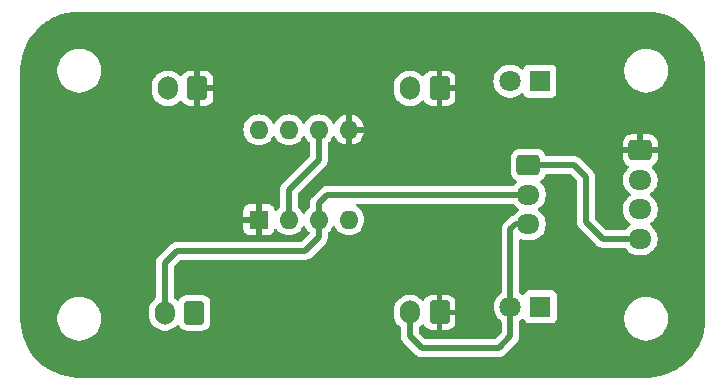
<source format=gbl>
G04 #@! TF.GenerationSoftware,KiCad,Pcbnew,8.0.2*
G04 #@! TF.CreationDate,2025-02-21T12:28:42+08:00*
G04 #@! TF.ProjectId,Indicators,496e6469-6361-4746-9f72-732e6b696361,rev?*
G04 #@! TF.SameCoordinates,Original*
G04 #@! TF.FileFunction,Copper,L2,Bot*
G04 #@! TF.FilePolarity,Positive*
%FSLAX46Y46*%
G04 Gerber Fmt 4.6, Leading zero omitted, Abs format (unit mm)*
G04 Created by KiCad (PCBNEW 8.0.2) date 2025-02-21 12:28:42*
%MOMM*%
%LPD*%
G01*
G04 APERTURE LIST*
G04 Aperture macros list*
%AMRoundRect*
0 Rectangle with rounded corners*
0 $1 Rounding radius*
0 $2 $3 $4 $5 $6 $7 $8 $9 X,Y pos of 4 corners*
0 Add a 4 corners polygon primitive as box body*
4,1,4,$2,$3,$4,$5,$6,$7,$8,$9,$2,$3,0*
0 Add four circle primitives for the rounded corners*
1,1,$1+$1,$2,$3*
1,1,$1+$1,$4,$5*
1,1,$1+$1,$6,$7*
1,1,$1+$1,$8,$9*
0 Add four rect primitives between the rounded corners*
20,1,$1+$1,$2,$3,$4,$5,0*
20,1,$1+$1,$4,$5,$6,$7,0*
20,1,$1+$1,$6,$7,$8,$9,0*
20,1,$1+$1,$8,$9,$2,$3,0*%
G04 Aperture macros list end*
G04 #@! TA.AperFunction,ComponentPad*
%ADD10RoundRect,0.250000X0.600000X0.750000X-0.600000X0.750000X-0.600000X-0.750000X0.600000X-0.750000X0*%
G04 #@! TD*
G04 #@! TA.AperFunction,ComponentPad*
%ADD11O,1.700000X2.000000*%
G04 #@! TD*
G04 #@! TA.AperFunction,ComponentPad*
%ADD12RoundRect,0.250000X-0.725000X0.600000X-0.725000X-0.600000X0.725000X-0.600000X0.725000X0.600000X0*%
G04 #@! TD*
G04 #@! TA.AperFunction,ComponentPad*
%ADD13O,1.950000X1.700000*%
G04 #@! TD*
G04 #@! TA.AperFunction,ComponentPad*
%ADD14R,1.800000X1.800000*%
G04 #@! TD*
G04 #@! TA.AperFunction,ComponentPad*
%ADD15C,1.800000*%
G04 #@! TD*
G04 #@! TA.AperFunction,ComponentPad*
%ADD16R,1.600000X1.600000*%
G04 #@! TD*
G04 #@! TA.AperFunction,ComponentPad*
%ADD17O,1.600000X1.600000*%
G04 #@! TD*
G04 #@! TA.AperFunction,Conductor*
%ADD18C,0.500000*%
G04 #@! TD*
G04 APERTURE END LIST*
D10*
X76250000Y-106500000D03*
D11*
X73750000Y-106500000D03*
D12*
X114000000Y-92750000D03*
D13*
X114000000Y-95250000D03*
X114000000Y-97750000D03*
X114000000Y-100250000D03*
D14*
X105540000Y-106000000D03*
D15*
X103000000Y-106000000D03*
D10*
X97000000Y-106475000D03*
D11*
X94500000Y-106475000D03*
D10*
X97000000Y-87500000D03*
D11*
X94500000Y-87500000D03*
D14*
X105500000Y-86900000D03*
D15*
X102960000Y-86900000D03*
D16*
X81700000Y-98620000D03*
D17*
X84240000Y-98620000D03*
X86780000Y-98620000D03*
X89320000Y-98620000D03*
X89320000Y-91000000D03*
X86780000Y-91000000D03*
X84240000Y-91000000D03*
X81700000Y-91000000D03*
D10*
X76500000Y-87500000D03*
D11*
X74000000Y-87500000D03*
D12*
X104525000Y-94000000D03*
D13*
X104525000Y-96500000D03*
X104525000Y-99000000D03*
D18*
X86780000Y-91000000D02*
X86780000Y-93560000D01*
X84240000Y-96100000D02*
X84240000Y-98620000D01*
X86780000Y-93560000D02*
X84240000Y-96100000D01*
X74153122Y-87500000D02*
X74000000Y-87500000D01*
X110850000Y-100250000D02*
X114000000Y-100250000D01*
X104525000Y-94000000D02*
X108400000Y-94000000D01*
X109400000Y-95000000D02*
X109400000Y-98800000D01*
X108400000Y-94000000D02*
X109400000Y-95000000D01*
X109400000Y-98800000D02*
X110850000Y-100250000D01*
X102000000Y-109500000D02*
X103000000Y-108500000D01*
X103000000Y-108500000D02*
X103000000Y-106000000D01*
X94500000Y-106475000D02*
X94500000Y-108500000D01*
X95500000Y-109500000D02*
X102000000Y-109500000D01*
X94500000Y-108500000D02*
X95500000Y-109500000D01*
X103438000Y-99000000D02*
X104525000Y-99000000D01*
X103000000Y-99438000D02*
X103438000Y-99000000D01*
X103000000Y-105975000D02*
X103000000Y-99438000D01*
X87500000Y-96500000D02*
X104525000Y-96500000D01*
X86780000Y-98620000D02*
X86780000Y-97220000D01*
X85625000Y-101250000D02*
X74750000Y-101250000D01*
X73750000Y-102250000D02*
X73750000Y-106500000D01*
X86780000Y-100095000D02*
X85625000Y-101250000D01*
X86780000Y-98620000D02*
X86780000Y-100095000D01*
X74750000Y-101250000D02*
X73750000Y-102250000D01*
X86780000Y-97220000D02*
X87500000Y-96500000D01*
X114000000Y-97750000D02*
X114000000Y-97875000D01*
G04 #@! TA.AperFunction,Conductor*
G36*
X114500641Y-81000006D02*
G01*
X114713481Y-81002328D01*
X114722915Y-81002792D01*
X115147552Y-81039943D01*
X115158270Y-81041354D01*
X115577393Y-81115256D01*
X115587921Y-81117590D01*
X115999033Y-81227747D01*
X116009322Y-81230992D01*
X116409255Y-81376555D01*
X116419221Y-81380683D01*
X116804942Y-81560547D01*
X116814528Y-81565538D01*
X117183088Y-81778326D01*
X117192207Y-81784135D01*
X117540820Y-82028237D01*
X117549402Y-82034822D01*
X117875420Y-82308383D01*
X117883395Y-82315692D01*
X118184307Y-82616604D01*
X118191616Y-82624579D01*
X118465177Y-82950597D01*
X118471762Y-82959179D01*
X118715864Y-83307792D01*
X118721676Y-83316916D01*
X118934459Y-83685467D01*
X118939454Y-83695062D01*
X119119310Y-84080764D01*
X119123448Y-84090756D01*
X119179206Y-84243947D01*
X119269003Y-84490664D01*
X119272256Y-84500980D01*
X119382405Y-84912061D01*
X119384746Y-84922623D01*
X119458644Y-85341725D01*
X119460056Y-85352450D01*
X119497206Y-85777073D01*
X119497671Y-85786527D01*
X119499993Y-85999357D01*
X119500000Y-86000710D01*
X119500000Y-106999289D01*
X119499993Y-107000642D01*
X119497671Y-107213472D01*
X119497206Y-107222926D01*
X119460056Y-107647549D01*
X119458644Y-107658274D01*
X119384746Y-108077376D01*
X119382405Y-108087938D01*
X119272256Y-108499019D01*
X119269003Y-108509335D01*
X119123450Y-108909240D01*
X119119310Y-108919235D01*
X118939454Y-109304937D01*
X118934459Y-109314532D01*
X118721676Y-109683083D01*
X118715864Y-109692207D01*
X118471762Y-110040820D01*
X118465177Y-110049402D01*
X118191616Y-110375420D01*
X118184307Y-110383395D01*
X117883395Y-110684307D01*
X117875420Y-110691616D01*
X117549402Y-110965177D01*
X117540820Y-110971762D01*
X117192207Y-111215864D01*
X117183083Y-111221676D01*
X116814532Y-111434459D01*
X116804937Y-111439454D01*
X116419235Y-111619310D01*
X116409240Y-111623450D01*
X116009335Y-111769003D01*
X115999019Y-111772256D01*
X115587938Y-111882405D01*
X115577376Y-111884746D01*
X115158274Y-111958644D01*
X115147549Y-111960056D01*
X114722926Y-111997206D01*
X114713472Y-111997671D01*
X114505455Y-111999940D01*
X114500640Y-111999993D01*
X114499290Y-112000000D01*
X66500710Y-112000000D01*
X66499359Y-111999993D01*
X66494454Y-111999939D01*
X66286527Y-111997671D01*
X66277073Y-111997206D01*
X65852450Y-111960056D01*
X65841725Y-111958644D01*
X65422623Y-111884746D01*
X65412061Y-111882405D01*
X65000980Y-111772256D01*
X64990664Y-111769003D01*
X64590759Y-111623450D01*
X64580764Y-111619310D01*
X64195062Y-111439454D01*
X64185467Y-111434459D01*
X63816916Y-111221676D01*
X63807792Y-111215864D01*
X63459179Y-110971762D01*
X63450597Y-110965177D01*
X63124579Y-110691616D01*
X63116604Y-110684307D01*
X62815692Y-110383395D01*
X62808383Y-110375420D01*
X62679362Y-110221659D01*
X62534821Y-110049401D01*
X62528237Y-110040820D01*
X62284135Y-109692207D01*
X62278323Y-109683083D01*
X62065540Y-109314532D01*
X62060545Y-109304937D01*
X61880683Y-108919221D01*
X61876555Y-108909255D01*
X61730992Y-108509322D01*
X61727747Y-108499033D01*
X61617590Y-108087921D01*
X61615256Y-108077393D01*
X61541354Y-107658270D01*
X61539943Y-107647549D01*
X61531817Y-107554664D01*
X61502792Y-107222915D01*
X61502328Y-107213471D01*
X61502008Y-107184159D01*
X61500007Y-107000641D01*
X61500000Y-106999289D01*
X61500000Y-106878711D01*
X64649500Y-106878711D01*
X64649500Y-107121288D01*
X64681161Y-107361785D01*
X64743947Y-107596104D01*
X64835576Y-107817315D01*
X64836776Y-107820212D01*
X64958064Y-108030289D01*
X64958066Y-108030292D01*
X64958067Y-108030293D01*
X65105733Y-108222736D01*
X65105739Y-108222743D01*
X65277256Y-108394260D01*
X65277262Y-108394265D01*
X65469711Y-108541936D01*
X65679788Y-108663224D01*
X65903900Y-108756054D01*
X66138211Y-108818838D01*
X66318586Y-108842584D01*
X66378711Y-108850500D01*
X66378712Y-108850500D01*
X66621289Y-108850500D01*
X66669388Y-108844167D01*
X66861789Y-108818838D01*
X67096100Y-108756054D01*
X67320212Y-108663224D01*
X67530289Y-108541936D01*
X67722738Y-108394265D01*
X67894265Y-108222738D01*
X68041936Y-108030289D01*
X68163224Y-107820212D01*
X68256054Y-107596100D01*
X68318838Y-107361789D01*
X68350500Y-107121288D01*
X68350500Y-106878712D01*
X68318838Y-106638211D01*
X68256054Y-106403900D01*
X68189703Y-106243713D01*
X72399500Y-106243713D01*
X72399500Y-106756286D01*
X72428793Y-106941239D01*
X72432754Y-106966243D01*
X72489968Y-107142330D01*
X72498444Y-107168414D01*
X72594951Y-107357820D01*
X72719890Y-107529786D01*
X72870213Y-107680109D01*
X73042179Y-107805048D01*
X73042181Y-107805049D01*
X73042184Y-107805051D01*
X73231588Y-107901557D01*
X73433757Y-107967246D01*
X73643713Y-108000500D01*
X73643714Y-108000500D01*
X73856286Y-108000500D01*
X73856287Y-108000500D01*
X74066243Y-107967246D01*
X74268412Y-107901557D01*
X74457816Y-107805051D01*
X74629792Y-107680104D01*
X74768604Y-107541291D01*
X74829923Y-107507809D01*
X74899615Y-107512793D01*
X74955549Y-107554664D01*
X74961821Y-107563878D01*
X74965185Y-107569333D01*
X74965186Y-107569334D01*
X75057288Y-107718656D01*
X75181344Y-107842712D01*
X75330666Y-107934814D01*
X75497203Y-107989999D01*
X75599991Y-108000500D01*
X76900008Y-108000499D01*
X77002797Y-107989999D01*
X77169334Y-107934814D01*
X77318656Y-107842712D01*
X77442712Y-107718656D01*
X77534814Y-107569334D01*
X77589999Y-107402797D01*
X77600500Y-107300009D01*
X77600499Y-105699992D01*
X77589999Y-105597203D01*
X77534814Y-105430666D01*
X77442712Y-105281344D01*
X77318656Y-105157288D01*
X77225888Y-105100069D01*
X77169336Y-105065187D01*
X77169331Y-105065185D01*
X77167862Y-105064698D01*
X77002797Y-105010001D01*
X77002795Y-105010000D01*
X76900010Y-104999500D01*
X75599998Y-104999500D01*
X75599981Y-104999501D01*
X75497203Y-105010000D01*
X75497200Y-105010001D01*
X75330668Y-105065185D01*
X75330663Y-105065187D01*
X75181342Y-105157289D01*
X75057289Y-105281342D01*
X74961821Y-105436121D01*
X74909873Y-105482845D01*
X74840910Y-105494068D01*
X74776828Y-105466224D01*
X74768601Y-105458705D01*
X74629794Y-105319898D01*
X74629788Y-105319893D01*
X74551615Y-105263097D01*
X74508949Y-105207767D01*
X74500500Y-105162779D01*
X74500500Y-102612229D01*
X74520185Y-102545190D01*
X74536819Y-102524548D01*
X75024548Y-102036819D01*
X75085871Y-102003334D01*
X75112229Y-102000500D01*
X85698920Y-102000500D01*
X85796462Y-101981096D01*
X85843913Y-101971658D01*
X85980495Y-101915084D01*
X86029729Y-101882186D01*
X86103416Y-101832952D01*
X87362952Y-100573415D01*
X87412340Y-100499500D01*
X87445084Y-100450495D01*
X87484106Y-100356287D01*
X87501659Y-100313912D01*
X87530500Y-100168917D01*
X87530500Y-100021082D01*
X87530500Y-99746662D01*
X87550185Y-99679623D01*
X87583379Y-99645086D01*
X87619140Y-99620046D01*
X87780045Y-99459141D01*
X87780047Y-99459139D01*
X87910568Y-99272734D01*
X87937618Y-99214724D01*
X87983790Y-99162285D01*
X88050983Y-99143133D01*
X88117865Y-99163348D01*
X88162381Y-99214724D01*
X88164416Y-99219087D01*
X88189429Y-99272728D01*
X88189432Y-99272734D01*
X88319954Y-99459141D01*
X88480858Y-99620045D01*
X88480861Y-99620047D01*
X88667266Y-99750568D01*
X88873504Y-99846739D01*
X89093308Y-99905635D01*
X89255230Y-99919801D01*
X89319998Y-99925468D01*
X89320000Y-99925468D01*
X89320002Y-99925468D01*
X89382511Y-99919999D01*
X89546692Y-99905635D01*
X89766496Y-99846739D01*
X89972734Y-99750568D01*
X90159139Y-99620047D01*
X90320047Y-99459139D01*
X90450568Y-99272734D01*
X90546739Y-99066496D01*
X90605635Y-98846692D01*
X90625468Y-98620000D01*
X90605635Y-98393308D01*
X90546739Y-98173504D01*
X90450568Y-97967266D01*
X90337711Y-97806088D01*
X90320045Y-97780858D01*
X90159141Y-97619954D01*
X89972734Y-97489432D01*
X89972732Y-97489431D01*
X89969140Y-97487756D01*
X89967264Y-97486881D01*
X89914826Y-97440709D01*
X89895674Y-97373516D01*
X89915890Y-97306635D01*
X89969056Y-97261300D01*
X90019670Y-97250500D01*
X103212779Y-97250500D01*
X103279818Y-97270185D01*
X103313097Y-97301615D01*
X103369892Y-97379788D01*
X103520209Y-97530105D01*
X103520214Y-97530109D01*
X103684793Y-97649682D01*
X103727459Y-97705011D01*
X103733438Y-97774625D01*
X103700833Y-97836420D01*
X103684793Y-97850318D01*
X103520214Y-97969890D01*
X103520209Y-97969894D01*
X103369894Y-98120209D01*
X103369890Y-98120214D01*
X103289600Y-98230725D01*
X103234270Y-98273391D01*
X103224793Y-98276158D01*
X103224919Y-98276572D01*
X103219086Y-98278341D01*
X103185668Y-98292184D01*
X103082508Y-98334914D01*
X103082499Y-98334919D01*
X103027238Y-98371844D01*
X102959582Y-98417049D01*
X102959579Y-98417052D01*
X102417052Y-98959578D01*
X102417049Y-98959581D01*
X102377406Y-99018911D01*
X102377407Y-99018912D01*
X102334914Y-99082508D01*
X102278343Y-99219082D01*
X102278340Y-99219092D01*
X102249500Y-99364079D01*
X102249500Y-104748801D01*
X102229815Y-104815840D01*
X102201663Y-104846654D01*
X102048218Y-104966085D01*
X102048216Y-104966086D01*
X102048216Y-104966087D01*
X102009860Y-105007753D01*
X101891016Y-105136852D01*
X101764075Y-105331151D01*
X101670842Y-105543699D01*
X101613866Y-105768691D01*
X101613864Y-105768702D01*
X101594700Y-105999993D01*
X101594700Y-106000006D01*
X101613864Y-106231297D01*
X101613866Y-106231308D01*
X101670842Y-106456300D01*
X101764075Y-106668848D01*
X101891016Y-106863147D01*
X101891019Y-106863151D01*
X101891021Y-106863153D01*
X102048216Y-107033913D01*
X102201662Y-107153344D01*
X102242475Y-107210055D01*
X102249500Y-107251198D01*
X102249500Y-108137770D01*
X102229815Y-108204809D01*
X102213181Y-108225451D01*
X101725451Y-108713181D01*
X101664128Y-108746666D01*
X101637770Y-108749500D01*
X95862229Y-108749500D01*
X95795190Y-108729815D01*
X95774548Y-108713181D01*
X95286819Y-108225451D01*
X95253334Y-108164128D01*
X95250500Y-108137770D01*
X95250500Y-107812220D01*
X95270185Y-107745181D01*
X95301614Y-107711902D01*
X95379792Y-107655104D01*
X95518967Y-107515928D01*
X95580286Y-107482446D01*
X95649978Y-107487430D01*
X95705912Y-107529301D01*
X95712184Y-107538515D01*
X95807684Y-107693345D01*
X95931654Y-107817315D01*
X96080875Y-107909356D01*
X96080880Y-107909358D01*
X96247302Y-107964505D01*
X96247309Y-107964506D01*
X96350019Y-107974999D01*
X96749999Y-107974999D01*
X96750000Y-107974998D01*
X96750000Y-106908012D01*
X96807007Y-106940925D01*
X96934174Y-106975000D01*
X97065826Y-106975000D01*
X97192993Y-106940925D01*
X97250000Y-106908012D01*
X97250000Y-107974999D01*
X97649972Y-107974999D01*
X97649986Y-107974998D01*
X97752697Y-107964505D01*
X97919119Y-107909358D01*
X97919124Y-107909356D01*
X98068345Y-107817315D01*
X98192315Y-107693345D01*
X98284356Y-107544124D01*
X98284358Y-107544119D01*
X98339505Y-107377697D01*
X98339506Y-107377690D01*
X98349999Y-107274986D01*
X98350000Y-107274973D01*
X98350000Y-106725000D01*
X97433012Y-106725000D01*
X97465925Y-106667993D01*
X97500000Y-106540826D01*
X97500000Y-106409174D01*
X97465925Y-106282007D01*
X97433012Y-106225000D01*
X98349999Y-106225000D01*
X98349999Y-105675028D01*
X98349998Y-105675013D01*
X98339505Y-105572302D01*
X98284358Y-105405880D01*
X98284356Y-105405875D01*
X98192315Y-105256654D01*
X98068345Y-105132684D01*
X97919124Y-105040643D01*
X97919119Y-105040641D01*
X97752697Y-104985494D01*
X97752690Y-104985493D01*
X97649986Y-104975000D01*
X97250000Y-104975000D01*
X97250000Y-106041988D01*
X97192993Y-106009075D01*
X97065826Y-105975000D01*
X96934174Y-105975000D01*
X96807007Y-106009075D01*
X96750000Y-106041988D01*
X96750000Y-104975000D01*
X96350028Y-104975000D01*
X96350012Y-104975001D01*
X96247302Y-104985494D01*
X96080880Y-105040641D01*
X96080875Y-105040643D01*
X95931654Y-105132684D01*
X95807683Y-105256655D01*
X95807680Y-105256659D01*
X95712183Y-105411484D01*
X95660235Y-105458209D01*
X95591273Y-105469430D01*
X95527191Y-105441587D01*
X95518964Y-105434068D01*
X95379786Y-105294890D01*
X95207820Y-105169951D01*
X95018414Y-105073444D01*
X95018413Y-105073443D01*
X95018412Y-105073443D01*
X94816243Y-105007754D01*
X94816241Y-105007753D01*
X94816240Y-105007753D01*
X94654957Y-104982208D01*
X94606287Y-104974500D01*
X94393713Y-104974500D01*
X94345042Y-104982208D01*
X94183760Y-105007753D01*
X93981585Y-105073444D01*
X93792179Y-105169951D01*
X93620213Y-105294890D01*
X93469890Y-105445213D01*
X93344951Y-105617179D01*
X93248444Y-105806585D01*
X93182753Y-106008760D01*
X93157533Y-106167993D01*
X93149500Y-106218713D01*
X93149500Y-106731287D01*
X93153460Y-106756287D01*
X93182703Y-106940925D01*
X93182754Y-106941243D01*
X93248091Y-107142330D01*
X93248444Y-107143414D01*
X93344951Y-107332820D01*
X93469890Y-107504786D01*
X93469896Y-107504792D01*
X93620208Y-107655104D01*
X93698384Y-107711902D01*
X93741051Y-107767231D01*
X93749500Y-107812220D01*
X93749500Y-108573918D01*
X93749500Y-108573920D01*
X93749499Y-108573920D01*
X93778340Y-108718907D01*
X93778343Y-108718917D01*
X93834914Y-108855492D01*
X93867812Y-108904727D01*
X93867813Y-108904730D01*
X93917046Y-108978414D01*
X93917052Y-108978421D01*
X94917049Y-109978416D01*
X95021584Y-110082951D01*
X95021587Y-110082953D01*
X95021588Y-110082954D01*
X95144503Y-110165083D01*
X95144506Y-110165085D01*
X95201079Y-110188518D01*
X95201080Y-110188518D01*
X95281088Y-110221659D01*
X95397241Y-110244763D01*
X95416468Y-110248587D01*
X95426081Y-110250500D01*
X95426082Y-110250500D01*
X102073920Y-110250500D01*
X102171462Y-110231096D01*
X102218913Y-110221658D01*
X102355495Y-110165084D01*
X102404729Y-110132186D01*
X102478416Y-110082952D01*
X103582952Y-108978415D01*
X103623955Y-108917049D01*
X103665084Y-108855495D01*
X103706274Y-108756054D01*
X103721659Y-108718912D01*
X103750500Y-108573917D01*
X103750500Y-108426082D01*
X103750500Y-107251198D01*
X103770185Y-107184159D01*
X103798338Y-107153344D01*
X103951784Y-107033913D01*
X103960130Y-107024846D01*
X104020010Y-106988854D01*
X104089849Y-106990949D01*
X104147468Y-107030469D01*
X104167544Y-107065491D01*
X104196203Y-107142330D01*
X104196206Y-107142335D01*
X104282452Y-107257544D01*
X104282455Y-107257547D01*
X104397664Y-107343793D01*
X104397671Y-107343797D01*
X104532517Y-107394091D01*
X104532516Y-107394091D01*
X104539444Y-107394835D01*
X104592127Y-107400500D01*
X106487872Y-107400499D01*
X106547483Y-107394091D01*
X106682331Y-107343796D01*
X106797546Y-107257546D01*
X106883796Y-107142331D01*
X106934091Y-107007483D01*
X106940500Y-106947873D01*
X106940500Y-106878711D01*
X112649500Y-106878711D01*
X112649500Y-107121288D01*
X112681161Y-107361785D01*
X112743947Y-107596104D01*
X112835576Y-107817315D01*
X112836776Y-107820212D01*
X112958064Y-108030289D01*
X112958066Y-108030292D01*
X112958067Y-108030293D01*
X113105733Y-108222736D01*
X113105739Y-108222743D01*
X113277256Y-108394260D01*
X113277262Y-108394265D01*
X113469711Y-108541936D01*
X113679788Y-108663224D01*
X113903900Y-108756054D01*
X114138211Y-108818838D01*
X114318586Y-108842584D01*
X114378711Y-108850500D01*
X114378712Y-108850500D01*
X114621289Y-108850500D01*
X114669388Y-108844167D01*
X114861789Y-108818838D01*
X115096100Y-108756054D01*
X115320212Y-108663224D01*
X115530289Y-108541936D01*
X115722738Y-108394265D01*
X115894265Y-108222738D01*
X116041936Y-108030289D01*
X116163224Y-107820212D01*
X116256054Y-107596100D01*
X116318838Y-107361789D01*
X116350500Y-107121288D01*
X116350500Y-106878712D01*
X116318838Y-106638211D01*
X116256054Y-106403900D01*
X116163224Y-106179788D01*
X116041936Y-105969711D01*
X115935951Y-105831588D01*
X115894266Y-105777263D01*
X115894260Y-105777256D01*
X115722743Y-105605739D01*
X115722736Y-105605733D01*
X115530293Y-105458067D01*
X115530292Y-105458066D01*
X115530289Y-105458064D01*
X115320212Y-105336776D01*
X115279453Y-105319893D01*
X115096104Y-105243947D01*
X114961079Y-105207767D01*
X114861789Y-105181162D01*
X114861788Y-105181161D01*
X114861785Y-105181161D01*
X114621289Y-105149500D01*
X114621288Y-105149500D01*
X114378712Y-105149500D01*
X114378711Y-105149500D01*
X114138214Y-105181161D01*
X113903895Y-105243947D01*
X113679794Y-105336773D01*
X113679785Y-105336777D01*
X113469706Y-105458067D01*
X113277263Y-105605733D01*
X113277256Y-105605739D01*
X113105739Y-105777256D01*
X113105733Y-105777263D01*
X112958067Y-105969706D01*
X112836777Y-106179785D01*
X112836773Y-106179794D01*
X112743947Y-106403895D01*
X112681161Y-106638214D01*
X112649500Y-106878711D01*
X106940500Y-106878711D01*
X106940499Y-105052128D01*
X106934091Y-104992517D01*
X106931471Y-104985493D01*
X106883797Y-104857671D01*
X106883793Y-104857664D01*
X106797547Y-104742455D01*
X106797544Y-104742452D01*
X106682335Y-104656206D01*
X106682328Y-104656202D01*
X106547482Y-104605908D01*
X106547483Y-104605908D01*
X106487883Y-104599501D01*
X106487881Y-104599500D01*
X106487873Y-104599500D01*
X106487864Y-104599500D01*
X104592129Y-104599500D01*
X104592123Y-104599501D01*
X104532516Y-104605908D01*
X104397671Y-104656202D01*
X104397664Y-104656206D01*
X104282455Y-104742452D01*
X104282452Y-104742455D01*
X104196206Y-104857664D01*
X104196203Y-104857670D01*
X104167544Y-104934508D01*
X104125672Y-104990441D01*
X104060208Y-105014858D01*
X103991935Y-105000006D01*
X103960135Y-104975158D01*
X103951784Y-104966087D01*
X103911211Y-104934508D01*
X103798337Y-104846654D01*
X103757524Y-104789944D01*
X103750500Y-104748801D01*
X103750500Y-100379634D01*
X103770185Y-100312595D01*
X103822989Y-100266840D01*
X103892147Y-100256896D01*
X103912801Y-100261698D01*
X104083757Y-100317246D01*
X104293713Y-100350500D01*
X104293714Y-100350500D01*
X104756286Y-100350500D01*
X104756287Y-100350500D01*
X104966243Y-100317246D01*
X105168412Y-100251557D01*
X105357816Y-100155051D01*
X105379789Y-100139086D01*
X105529786Y-100030109D01*
X105529788Y-100030106D01*
X105529792Y-100030104D01*
X105680104Y-99879792D01*
X105680106Y-99879788D01*
X105680109Y-99879786D01*
X105805048Y-99707820D01*
X105805047Y-99707820D01*
X105805051Y-99707816D01*
X105901557Y-99518412D01*
X105967246Y-99316243D01*
X106000500Y-99106287D01*
X106000500Y-98893713D01*
X105967246Y-98683757D01*
X105901557Y-98481588D01*
X105805051Y-98292184D01*
X105805049Y-98292181D01*
X105805048Y-98292179D01*
X105680109Y-98120213D01*
X105529792Y-97969896D01*
X105526171Y-97967265D01*
X105365204Y-97850316D01*
X105322540Y-97794989D01*
X105316561Y-97725376D01*
X105349166Y-97663580D01*
X105365199Y-97649686D01*
X105529792Y-97530104D01*
X105680104Y-97379792D01*
X105680106Y-97379788D01*
X105680109Y-97379786D01*
X105805048Y-97207820D01*
X105805047Y-97207820D01*
X105805051Y-97207816D01*
X105901557Y-97018412D01*
X105967246Y-96816243D01*
X106000500Y-96606287D01*
X106000500Y-96393713D01*
X105967246Y-96183757D01*
X105901557Y-95981588D01*
X105805051Y-95792184D01*
X105805049Y-95792181D01*
X105805048Y-95792179D01*
X105680109Y-95620213D01*
X105541294Y-95481398D01*
X105507809Y-95420075D01*
X105512793Y-95350383D01*
X105554665Y-95294450D01*
X105563879Y-95288178D01*
X105569331Y-95284814D01*
X105569334Y-95284814D01*
X105718656Y-95192712D01*
X105842712Y-95068656D01*
X105934814Y-94919334D01*
X105962595Y-94835495D01*
X106002368Y-94778051D01*
X106066884Y-94751228D01*
X106080301Y-94750500D01*
X108037770Y-94750500D01*
X108104809Y-94770185D01*
X108125451Y-94786819D01*
X108613181Y-95274548D01*
X108646666Y-95335871D01*
X108649500Y-95362229D01*
X108649500Y-98873918D01*
X108649500Y-98873920D01*
X108649499Y-98873920D01*
X108678340Y-99018907D01*
X108678342Y-99018913D01*
X108734913Y-99155490D01*
X108734914Y-99155492D01*
X108760668Y-99194035D01*
X108760669Y-99194037D01*
X108817043Y-99278410D01*
X108817047Y-99278415D01*
X108817048Y-99278416D01*
X110267049Y-100728416D01*
X110371584Y-100832951D01*
X110371587Y-100832953D01*
X110371588Y-100832954D01*
X110494503Y-100915083D01*
X110494506Y-100915085D01*
X110551079Y-100938518D01*
X110551080Y-100938518D01*
X110631088Y-100971659D01*
X110747241Y-100994763D01*
X110766468Y-100998587D01*
X110776081Y-101000500D01*
X110776082Y-101000500D01*
X110776083Y-101000500D01*
X110923918Y-101000500D01*
X112687779Y-101000500D01*
X112754818Y-101020185D01*
X112788097Y-101051615D01*
X112844892Y-101129788D01*
X112995213Y-101280109D01*
X113167179Y-101405048D01*
X113167181Y-101405049D01*
X113167184Y-101405051D01*
X113356588Y-101501557D01*
X113558757Y-101567246D01*
X113768713Y-101600500D01*
X113768714Y-101600500D01*
X114231286Y-101600500D01*
X114231287Y-101600500D01*
X114441243Y-101567246D01*
X114643412Y-101501557D01*
X114832816Y-101405051D01*
X114854789Y-101389086D01*
X115004786Y-101280109D01*
X115004788Y-101280106D01*
X115004792Y-101280104D01*
X115155104Y-101129792D01*
X115155106Y-101129788D01*
X115155109Y-101129786D01*
X115280048Y-100957820D01*
X115280047Y-100957820D01*
X115280051Y-100957816D01*
X115376557Y-100768412D01*
X115442246Y-100566243D01*
X115475500Y-100356287D01*
X115475500Y-100143713D01*
X115442246Y-99933757D01*
X115376557Y-99731588D01*
X115280051Y-99542184D01*
X115280049Y-99542181D01*
X115280048Y-99542179D01*
X115155109Y-99370213D01*
X115004792Y-99219896D01*
X114969197Y-99194035D01*
X114840204Y-99100316D01*
X114797540Y-99044989D01*
X114791561Y-98975376D01*
X114824166Y-98913580D01*
X114840199Y-98899686D01*
X115004792Y-98780104D01*
X115155104Y-98629792D01*
X115155106Y-98629788D01*
X115155109Y-98629786D01*
X115280048Y-98457820D01*
X115280047Y-98457820D01*
X115280051Y-98457816D01*
X115376557Y-98268412D01*
X115442246Y-98066243D01*
X115475500Y-97856287D01*
X115475500Y-97643713D01*
X115442246Y-97433757D01*
X115376557Y-97231588D01*
X115280051Y-97042184D01*
X115280049Y-97042181D01*
X115280048Y-97042179D01*
X115155109Y-96870213D01*
X115004792Y-96719896D01*
X115004784Y-96719890D01*
X114840204Y-96600316D01*
X114797540Y-96544989D01*
X114791561Y-96475376D01*
X114824166Y-96413580D01*
X114840199Y-96399686D01*
X115004792Y-96280104D01*
X115155104Y-96129792D01*
X115155106Y-96129788D01*
X115155109Y-96129786D01*
X115280048Y-95957820D01*
X115280047Y-95957820D01*
X115280051Y-95957816D01*
X115376557Y-95768412D01*
X115442246Y-95566243D01*
X115475500Y-95356287D01*
X115475500Y-95143713D01*
X115442246Y-94933757D01*
X115376557Y-94731588D01*
X115280051Y-94542184D01*
X115280049Y-94542181D01*
X115280048Y-94542179D01*
X115155109Y-94370213D01*
X115015931Y-94231035D01*
X114982446Y-94169712D01*
X114987430Y-94100020D01*
X115029302Y-94044087D01*
X115038516Y-94037815D01*
X115193343Y-93942317D01*
X115317315Y-93818345D01*
X115409356Y-93669124D01*
X115409358Y-93669119D01*
X115464505Y-93502697D01*
X115464506Y-93502690D01*
X115474999Y-93399986D01*
X115475000Y-93399973D01*
X115475000Y-93000000D01*
X114404146Y-93000000D01*
X114442630Y-92933343D01*
X114475000Y-92812535D01*
X114475000Y-92687465D01*
X114442630Y-92566657D01*
X114404146Y-92500000D01*
X115474999Y-92500000D01*
X115474999Y-92100028D01*
X115474998Y-92100013D01*
X115464505Y-91997302D01*
X115409358Y-91830880D01*
X115409356Y-91830875D01*
X115317315Y-91681654D01*
X115193345Y-91557684D01*
X115044124Y-91465643D01*
X115044119Y-91465641D01*
X114877697Y-91410494D01*
X114877690Y-91410493D01*
X114774986Y-91400000D01*
X114250000Y-91400000D01*
X114250000Y-92345854D01*
X114183343Y-92307370D01*
X114062535Y-92275000D01*
X113937465Y-92275000D01*
X113816657Y-92307370D01*
X113750000Y-92345854D01*
X113750000Y-91400000D01*
X113225028Y-91400000D01*
X113225012Y-91400001D01*
X113122302Y-91410494D01*
X112955880Y-91465641D01*
X112955875Y-91465643D01*
X112806654Y-91557684D01*
X112682684Y-91681654D01*
X112590643Y-91830875D01*
X112590641Y-91830880D01*
X112535494Y-91997302D01*
X112535493Y-91997309D01*
X112525000Y-92100013D01*
X112525000Y-92500000D01*
X113595854Y-92500000D01*
X113557370Y-92566657D01*
X113525000Y-92687465D01*
X113525000Y-92812535D01*
X113557370Y-92933343D01*
X113595854Y-93000000D01*
X112525001Y-93000000D01*
X112525001Y-93399986D01*
X112535494Y-93502697D01*
X112590641Y-93669119D01*
X112590643Y-93669124D01*
X112682684Y-93818345D01*
X112806654Y-93942315D01*
X112961484Y-94037815D01*
X113008208Y-94089763D01*
X113019431Y-94158726D01*
X112991587Y-94222808D01*
X112984069Y-94231035D01*
X112844889Y-94370215D01*
X112719951Y-94542179D01*
X112623444Y-94731585D01*
X112557753Y-94933760D01*
X112536388Y-95068656D01*
X112524500Y-95143713D01*
X112524500Y-95356287D01*
X112557754Y-95566243D01*
X112575735Y-95621584D01*
X112623444Y-95768414D01*
X112719951Y-95957820D01*
X112844890Y-96129786D01*
X112995209Y-96280105D01*
X112995214Y-96280109D01*
X113159793Y-96399682D01*
X113202459Y-96455011D01*
X113208438Y-96524625D01*
X113175833Y-96586420D01*
X113159793Y-96600318D01*
X112995214Y-96719890D01*
X112995209Y-96719894D01*
X112844890Y-96870213D01*
X112719951Y-97042179D01*
X112623444Y-97231585D01*
X112557753Y-97433760D01*
X112528263Y-97619953D01*
X112524500Y-97643713D01*
X112524500Y-97856287D01*
X112557754Y-98066243D01*
X112592605Y-98173504D01*
X112623444Y-98268414D01*
X112719951Y-98457820D01*
X112844890Y-98629786D01*
X112995209Y-98780105D01*
X112995214Y-98780109D01*
X113159793Y-98899682D01*
X113202459Y-98955011D01*
X113208438Y-99024625D01*
X113175833Y-99086420D01*
X113159793Y-99100318D01*
X112995214Y-99219890D01*
X112995209Y-99219894D01*
X112844892Y-99370211D01*
X112788097Y-99448385D01*
X112732767Y-99491051D01*
X112687779Y-99499500D01*
X111212229Y-99499500D01*
X111145190Y-99479815D01*
X111124548Y-99463181D01*
X110186819Y-98525451D01*
X110153334Y-98464128D01*
X110150500Y-98437770D01*
X110150500Y-94926079D01*
X110123020Y-94787934D01*
X110123020Y-94787929D01*
X110121659Y-94781090D01*
X110121659Y-94781088D01*
X110073608Y-94665084D01*
X110065084Y-94644505D01*
X110065083Y-94644503D01*
X110065082Y-94644501D01*
X110010205Y-94562373D01*
X109982952Y-94521585D01*
X109831575Y-94370208D01*
X108878421Y-93417052D01*
X108878414Y-93417046D01*
X108804729Y-93367812D01*
X108804729Y-93367813D01*
X108755491Y-93334913D01*
X108618917Y-93278343D01*
X108618907Y-93278340D01*
X108473920Y-93249500D01*
X108473918Y-93249500D01*
X106080301Y-93249500D01*
X106013262Y-93229815D01*
X105967507Y-93177011D01*
X105962595Y-93164504D01*
X105951193Y-93130095D01*
X105934814Y-93080666D01*
X105842712Y-92931344D01*
X105718656Y-92807288D01*
X105569334Y-92715186D01*
X105402797Y-92660001D01*
X105402795Y-92660000D01*
X105300010Y-92649500D01*
X103749998Y-92649500D01*
X103749981Y-92649501D01*
X103647203Y-92660000D01*
X103647200Y-92660001D01*
X103480668Y-92715185D01*
X103480663Y-92715187D01*
X103331342Y-92807289D01*
X103207289Y-92931342D01*
X103115187Y-93080663D01*
X103115186Y-93080666D01*
X103060001Y-93247203D01*
X103060001Y-93247204D01*
X103060000Y-93247204D01*
X103049500Y-93349983D01*
X103049500Y-94650001D01*
X103049501Y-94650018D01*
X103060000Y-94752796D01*
X103060001Y-94752799D01*
X103115185Y-94919331D01*
X103115187Y-94919336D01*
X103207289Y-95068657D01*
X103331344Y-95192712D01*
X103486120Y-95288178D01*
X103532845Y-95340126D01*
X103544068Y-95409088D01*
X103516224Y-95473171D01*
X103508706Y-95481398D01*
X103369892Y-95620212D01*
X103313097Y-95698385D01*
X103257767Y-95741051D01*
X103212779Y-95749500D01*
X87426080Y-95749500D01*
X87281092Y-95778340D01*
X87281086Y-95778342D01*
X87144508Y-95834914D01*
X87144496Y-95834921D01*
X87095269Y-95867813D01*
X87021588Y-95917044D01*
X87021580Y-95917050D01*
X86197048Y-96741583D01*
X86173449Y-96776902D01*
X86150007Y-96811988D01*
X86114914Y-96864507D01*
X86114913Y-96864509D01*
X86058343Y-97001082D01*
X86058340Y-97001092D01*
X86029500Y-97146079D01*
X86029500Y-97493336D01*
X86009815Y-97560375D01*
X85976625Y-97594910D01*
X85940863Y-97619951D01*
X85779951Y-97780862D01*
X85649432Y-97967265D01*
X85649431Y-97967267D01*
X85622382Y-98025275D01*
X85576209Y-98077714D01*
X85509016Y-98096866D01*
X85442135Y-98076650D01*
X85397618Y-98025275D01*
X85371793Y-97969894D01*
X85370568Y-97967266D01*
X85288257Y-97849712D01*
X85240048Y-97780862D01*
X85164197Y-97705011D01*
X85079139Y-97619953D01*
X85074373Y-97616615D01*
X85043375Y-97594910D01*
X84999751Y-97540332D01*
X84990500Y-97493336D01*
X84990500Y-96462229D01*
X85010185Y-96395190D01*
X85026819Y-96374548D01*
X87362948Y-94038419D01*
X87362951Y-94038416D01*
X87445084Y-93915495D01*
X87501658Y-93778913D01*
X87514280Y-93715457D01*
X87530500Y-93633918D01*
X87530500Y-92126662D01*
X87550185Y-92059623D01*
X87583379Y-92025086D01*
X87619140Y-92000046D01*
X87780045Y-91839141D01*
X87780047Y-91839139D01*
X87910568Y-91652734D01*
X87937895Y-91594129D01*
X87984064Y-91541695D01*
X88051257Y-91522542D01*
X88118139Y-91542757D01*
X88162657Y-91594133D01*
X88189865Y-91652482D01*
X88320342Y-91838820D01*
X88481179Y-91999657D01*
X88667517Y-92130134D01*
X88873673Y-92226265D01*
X88873682Y-92226269D01*
X89069999Y-92278872D01*
X89070000Y-92278871D01*
X89070000Y-91315686D01*
X89074394Y-91320080D01*
X89165606Y-91372741D01*
X89267339Y-91400000D01*
X89372661Y-91400000D01*
X89474394Y-91372741D01*
X89565606Y-91320080D01*
X89570000Y-91315686D01*
X89570000Y-92278872D01*
X89766317Y-92226269D01*
X89766326Y-92226265D01*
X89972482Y-92130134D01*
X90158820Y-91999657D01*
X90319657Y-91838820D01*
X90450134Y-91652482D01*
X90546265Y-91446326D01*
X90546269Y-91446317D01*
X90598872Y-91250000D01*
X89635686Y-91250000D01*
X89640080Y-91245606D01*
X89692741Y-91154394D01*
X89720000Y-91052661D01*
X89720000Y-90947339D01*
X89692741Y-90845606D01*
X89640080Y-90754394D01*
X89635686Y-90750000D01*
X90598872Y-90750000D01*
X90598872Y-90749999D01*
X90546269Y-90553682D01*
X90546265Y-90553673D01*
X90450134Y-90347517D01*
X90319657Y-90161179D01*
X90158820Y-90000342D01*
X89972482Y-89869865D01*
X89766328Y-89773734D01*
X89570000Y-89721127D01*
X89570000Y-90684314D01*
X89565606Y-90679920D01*
X89474394Y-90627259D01*
X89372661Y-90600000D01*
X89267339Y-90600000D01*
X89165606Y-90627259D01*
X89074394Y-90679920D01*
X89070000Y-90684314D01*
X89070000Y-89721127D01*
X88873671Y-89773734D01*
X88667517Y-89869865D01*
X88481179Y-90000342D01*
X88320342Y-90161179D01*
X88189867Y-90347515D01*
X88162657Y-90405867D01*
X88116484Y-90458306D01*
X88049290Y-90477457D01*
X87982409Y-90457241D01*
X87937893Y-90405865D01*
X87910570Y-90347271D01*
X87910567Y-90347265D01*
X87780045Y-90160858D01*
X87619141Y-89999954D01*
X87432734Y-89869432D01*
X87432732Y-89869431D01*
X87226497Y-89773261D01*
X87226488Y-89773258D01*
X87006697Y-89714366D01*
X87006693Y-89714365D01*
X87006692Y-89714365D01*
X87006691Y-89714364D01*
X87006686Y-89714364D01*
X86780002Y-89694532D01*
X86779998Y-89694532D01*
X86553313Y-89714364D01*
X86553302Y-89714366D01*
X86333511Y-89773258D01*
X86333502Y-89773261D01*
X86127267Y-89869431D01*
X86127265Y-89869432D01*
X85940858Y-89999954D01*
X85779954Y-90160858D01*
X85649432Y-90347265D01*
X85649431Y-90347267D01*
X85622382Y-90405275D01*
X85576209Y-90457714D01*
X85509016Y-90476866D01*
X85442135Y-90456650D01*
X85397618Y-90405275D01*
X85370568Y-90347267D01*
X85370567Y-90347265D01*
X85240045Y-90160858D01*
X85079141Y-89999954D01*
X84892734Y-89869432D01*
X84892732Y-89869431D01*
X84686497Y-89773261D01*
X84686488Y-89773258D01*
X84466697Y-89714366D01*
X84466693Y-89714365D01*
X84466692Y-89714365D01*
X84466691Y-89714364D01*
X84466686Y-89714364D01*
X84240002Y-89694532D01*
X84239998Y-89694532D01*
X84013313Y-89714364D01*
X84013302Y-89714366D01*
X83793511Y-89773258D01*
X83793502Y-89773261D01*
X83587267Y-89869431D01*
X83587265Y-89869432D01*
X83400858Y-89999954D01*
X83239954Y-90160858D01*
X83109432Y-90347265D01*
X83109431Y-90347267D01*
X83082382Y-90405275D01*
X83036209Y-90457714D01*
X82969016Y-90476866D01*
X82902135Y-90456650D01*
X82857618Y-90405275D01*
X82830568Y-90347267D01*
X82830567Y-90347265D01*
X82700045Y-90160858D01*
X82539141Y-89999954D01*
X82352734Y-89869432D01*
X82352732Y-89869431D01*
X82146497Y-89773261D01*
X82146488Y-89773258D01*
X81926697Y-89714366D01*
X81926693Y-89714365D01*
X81926692Y-89714365D01*
X81926691Y-89714364D01*
X81926686Y-89714364D01*
X81700002Y-89694532D01*
X81699998Y-89694532D01*
X81473313Y-89714364D01*
X81473302Y-89714366D01*
X81253511Y-89773258D01*
X81253502Y-89773261D01*
X81047267Y-89869431D01*
X81047265Y-89869432D01*
X80860858Y-89999954D01*
X80699954Y-90160858D01*
X80569432Y-90347265D01*
X80569431Y-90347267D01*
X80473261Y-90553502D01*
X80473258Y-90553511D01*
X80414366Y-90773302D01*
X80414364Y-90773313D01*
X80394532Y-90999998D01*
X80394532Y-91000001D01*
X80414364Y-91226686D01*
X80414366Y-91226697D01*
X80473258Y-91446488D01*
X80473261Y-91446497D01*
X80569431Y-91652732D01*
X80569432Y-91652734D01*
X80699954Y-91839141D01*
X80860858Y-92000045D01*
X80860861Y-92000047D01*
X81047266Y-92130568D01*
X81253504Y-92226739D01*
X81473308Y-92285635D01*
X81635230Y-92299801D01*
X81699998Y-92305468D01*
X81700000Y-92305468D01*
X81700002Y-92305468D01*
X81756673Y-92300509D01*
X81926692Y-92285635D01*
X82146496Y-92226739D01*
X82352734Y-92130568D01*
X82539139Y-92000047D01*
X82700047Y-91839139D01*
X82830568Y-91652734D01*
X82857618Y-91594724D01*
X82903790Y-91542285D01*
X82970983Y-91523133D01*
X83037865Y-91543348D01*
X83082382Y-91594725D01*
X83109429Y-91652728D01*
X83109432Y-91652734D01*
X83239954Y-91839141D01*
X83400858Y-92000045D01*
X83400861Y-92000047D01*
X83587266Y-92130568D01*
X83793504Y-92226739D01*
X84013308Y-92285635D01*
X84175230Y-92299801D01*
X84239998Y-92305468D01*
X84240000Y-92305468D01*
X84240002Y-92305468D01*
X84296673Y-92300509D01*
X84466692Y-92285635D01*
X84686496Y-92226739D01*
X84892734Y-92130568D01*
X85079139Y-92000047D01*
X85240047Y-91839139D01*
X85370568Y-91652734D01*
X85397618Y-91594724D01*
X85443790Y-91542285D01*
X85510983Y-91523133D01*
X85577865Y-91543348D01*
X85622382Y-91594725D01*
X85649429Y-91652728D01*
X85649432Y-91652734D01*
X85779954Y-91839141D01*
X85940859Y-92000046D01*
X85976621Y-92025086D01*
X86020247Y-92079662D01*
X86029500Y-92126662D01*
X86029500Y-93197770D01*
X86009815Y-93264809D01*
X85993181Y-93285451D01*
X83657047Y-95621584D01*
X83657045Y-95621586D01*
X83636271Y-95652678D01*
X83627983Y-95665084D01*
X83605732Y-95698385D01*
X83574914Y-95744507D01*
X83518343Y-95881082D01*
X83518340Y-95881092D01*
X83489500Y-96026079D01*
X83489500Y-97493336D01*
X83469815Y-97560375D01*
X83436625Y-97594910D01*
X83400863Y-97619951D01*
X83239949Y-97780864D01*
X83222287Y-97806088D01*
X83167710Y-97849712D01*
X83098211Y-97856904D01*
X83035857Y-97825380D01*
X83000445Y-97765150D01*
X82997425Y-97748218D01*
X82993598Y-97712627D01*
X82993596Y-97712620D01*
X82943354Y-97577913D01*
X82943350Y-97577906D01*
X82857190Y-97462812D01*
X82857187Y-97462809D01*
X82742093Y-97376649D01*
X82742086Y-97376645D01*
X82607379Y-97326403D01*
X82607372Y-97326401D01*
X82547844Y-97320000D01*
X81950000Y-97320000D01*
X81950000Y-98304314D01*
X81945606Y-98299920D01*
X81854394Y-98247259D01*
X81752661Y-98220000D01*
X81647339Y-98220000D01*
X81545606Y-98247259D01*
X81454394Y-98299920D01*
X81450000Y-98304314D01*
X81450000Y-97320000D01*
X80852155Y-97320000D01*
X80792627Y-97326401D01*
X80792620Y-97326403D01*
X80657913Y-97376645D01*
X80657906Y-97376649D01*
X80542812Y-97462809D01*
X80542809Y-97462812D01*
X80456649Y-97577906D01*
X80456645Y-97577913D01*
X80406403Y-97712620D01*
X80406401Y-97712627D01*
X80400000Y-97772155D01*
X80400000Y-98370000D01*
X81384314Y-98370000D01*
X81379920Y-98374394D01*
X81327259Y-98465606D01*
X81300000Y-98567339D01*
X81300000Y-98672661D01*
X81327259Y-98774394D01*
X81379920Y-98865606D01*
X81384314Y-98870000D01*
X80400000Y-98870000D01*
X80400000Y-99467844D01*
X80406401Y-99527372D01*
X80406403Y-99527379D01*
X80456645Y-99662086D01*
X80456649Y-99662093D01*
X80542809Y-99777187D01*
X80542812Y-99777190D01*
X80657906Y-99863350D01*
X80657913Y-99863354D01*
X80792620Y-99913596D01*
X80792627Y-99913598D01*
X80852155Y-99919999D01*
X80852172Y-99920000D01*
X81450000Y-99920000D01*
X81450000Y-98935686D01*
X81454394Y-98940080D01*
X81545606Y-98992741D01*
X81647339Y-99020000D01*
X81752661Y-99020000D01*
X81854394Y-98992741D01*
X81945606Y-98940080D01*
X81950000Y-98935686D01*
X81950000Y-99920000D01*
X82547828Y-99920000D01*
X82547844Y-99919999D01*
X82607372Y-99913598D01*
X82607379Y-99913596D01*
X82742086Y-99863354D01*
X82742093Y-99863350D01*
X82857187Y-99777190D01*
X82857190Y-99777187D01*
X82943350Y-99662093D01*
X82943354Y-99662086D01*
X82993596Y-99527380D01*
X82997424Y-99491781D01*
X83024162Y-99427230D01*
X83081555Y-99387382D01*
X83151380Y-99384888D01*
X83211469Y-99420540D01*
X83222289Y-99433912D01*
X83239956Y-99459143D01*
X83400858Y-99620045D01*
X83400861Y-99620047D01*
X83587266Y-99750568D01*
X83793504Y-99846739D01*
X84013308Y-99905635D01*
X84175230Y-99919801D01*
X84239998Y-99925468D01*
X84240000Y-99925468D01*
X84240002Y-99925468D01*
X84302511Y-99919999D01*
X84466692Y-99905635D01*
X84686496Y-99846739D01*
X84892734Y-99750568D01*
X85079139Y-99620047D01*
X85240047Y-99459139D01*
X85370568Y-99272734D01*
X85397618Y-99214724D01*
X85443790Y-99162285D01*
X85510983Y-99143133D01*
X85577865Y-99163348D01*
X85622381Y-99214724D01*
X85624416Y-99219087D01*
X85649429Y-99272728D01*
X85649432Y-99272734D01*
X85779954Y-99459141D01*
X85940858Y-99620045D01*
X85968451Y-99639366D01*
X86012076Y-99693943D01*
X86019270Y-99763441D01*
X85987747Y-99825796D01*
X85985009Y-99828622D01*
X85350451Y-100463181D01*
X85289128Y-100496666D01*
X85262770Y-100499500D01*
X74676076Y-100499500D01*
X74647242Y-100505234D01*
X74647243Y-100505235D01*
X74531093Y-100528339D01*
X74531083Y-100528342D01*
X74451081Y-100561479D01*
X74451082Y-100561480D01*
X74394505Y-100584915D01*
X74312372Y-100639795D01*
X74271585Y-100667047D01*
X74271581Y-100667050D01*
X73167048Y-101771583D01*
X73146478Y-101802369D01*
X73126045Y-101832951D01*
X73084919Y-101894499D01*
X73084912Y-101894511D01*
X73028343Y-102031082D01*
X73028340Y-102031092D01*
X72999500Y-102176079D01*
X72999500Y-105162779D01*
X72979815Y-105229818D01*
X72948385Y-105263097D01*
X72870211Y-105319893D01*
X72870205Y-105319898D01*
X72719890Y-105470213D01*
X72594951Y-105642179D01*
X72498444Y-105831585D01*
X72432753Y-106033760D01*
X72399500Y-106243713D01*
X68189703Y-106243713D01*
X68163224Y-106179788D01*
X68041936Y-105969711D01*
X67935951Y-105831588D01*
X67894266Y-105777263D01*
X67894260Y-105777256D01*
X67722743Y-105605739D01*
X67722736Y-105605733D01*
X67530293Y-105458067D01*
X67530292Y-105458066D01*
X67530289Y-105458064D01*
X67320212Y-105336776D01*
X67279453Y-105319893D01*
X67096104Y-105243947D01*
X66961079Y-105207767D01*
X66861789Y-105181162D01*
X66861788Y-105181161D01*
X66861785Y-105181161D01*
X66621289Y-105149500D01*
X66621288Y-105149500D01*
X66378712Y-105149500D01*
X66378711Y-105149500D01*
X66138214Y-105181161D01*
X65903895Y-105243947D01*
X65679794Y-105336773D01*
X65679785Y-105336777D01*
X65469706Y-105458067D01*
X65277263Y-105605733D01*
X65277256Y-105605739D01*
X65105739Y-105777256D01*
X65105733Y-105777263D01*
X64958067Y-105969706D01*
X64836777Y-106179785D01*
X64836773Y-106179794D01*
X64743947Y-106403895D01*
X64681161Y-106638214D01*
X64649500Y-106878711D01*
X61500000Y-106878711D01*
X61500000Y-86000710D01*
X61500007Y-85999358D01*
X61500929Y-85914858D01*
X61501323Y-85878711D01*
X64649500Y-85878711D01*
X64649500Y-86121288D01*
X64681161Y-86361785D01*
X64743947Y-86596104D01*
X64786988Y-86700013D01*
X64836776Y-86820212D01*
X64958064Y-87030289D01*
X64958066Y-87030292D01*
X64958067Y-87030293D01*
X65105733Y-87222736D01*
X65105739Y-87222743D01*
X65277256Y-87394260D01*
X65277263Y-87394266D01*
X65390321Y-87481018D01*
X65469711Y-87541936D01*
X65679788Y-87663224D01*
X65903900Y-87756054D01*
X66138211Y-87818838D01*
X66318586Y-87842584D01*
X66378711Y-87850500D01*
X66378712Y-87850500D01*
X66621289Y-87850500D01*
X66669388Y-87844167D01*
X66861789Y-87818838D01*
X67096100Y-87756054D01*
X67320212Y-87663224D01*
X67530289Y-87541936D01*
X67722738Y-87394265D01*
X67873290Y-87243713D01*
X72649500Y-87243713D01*
X72649500Y-87756287D01*
X72657533Y-87807007D01*
X72682703Y-87965925D01*
X72682754Y-87966243D01*
X72744912Y-88157546D01*
X72748444Y-88168414D01*
X72844951Y-88357820D01*
X72969890Y-88529786D01*
X73120213Y-88680109D01*
X73292179Y-88805048D01*
X73292181Y-88805049D01*
X73292184Y-88805051D01*
X73481588Y-88901557D01*
X73683757Y-88967246D01*
X73893713Y-89000500D01*
X73893714Y-89000500D01*
X74106286Y-89000500D01*
X74106287Y-89000500D01*
X74316243Y-88967246D01*
X74518412Y-88901557D01*
X74707816Y-88805051D01*
X74765141Y-88763402D01*
X74879784Y-88680110D01*
X74879784Y-88680109D01*
X74879792Y-88680104D01*
X75018967Y-88540928D01*
X75080286Y-88507446D01*
X75149978Y-88512430D01*
X75205912Y-88554301D01*
X75212184Y-88563515D01*
X75307684Y-88718345D01*
X75431654Y-88842315D01*
X75580875Y-88934356D01*
X75580880Y-88934358D01*
X75747302Y-88989505D01*
X75747309Y-88989506D01*
X75850019Y-88999999D01*
X76249999Y-88999999D01*
X76250000Y-88999998D01*
X76250000Y-87933012D01*
X76307007Y-87965925D01*
X76434174Y-88000000D01*
X76565826Y-88000000D01*
X76692993Y-87965925D01*
X76750000Y-87933012D01*
X76750000Y-88999999D01*
X77149972Y-88999999D01*
X77149986Y-88999998D01*
X77252697Y-88989505D01*
X77419119Y-88934358D01*
X77419124Y-88934356D01*
X77568345Y-88842315D01*
X77692315Y-88718345D01*
X77784356Y-88569124D01*
X77784358Y-88569119D01*
X77839505Y-88402697D01*
X77839506Y-88402690D01*
X77849999Y-88299986D01*
X77850000Y-88299973D01*
X77850000Y-87750000D01*
X76933012Y-87750000D01*
X76965925Y-87692993D01*
X77000000Y-87565826D01*
X77000000Y-87434174D01*
X76965925Y-87307007D01*
X76933012Y-87250000D01*
X77849999Y-87250000D01*
X77849999Y-87243713D01*
X93149500Y-87243713D01*
X93149500Y-87756287D01*
X93157533Y-87807007D01*
X93182703Y-87965925D01*
X93182754Y-87966243D01*
X93244912Y-88157546D01*
X93248444Y-88168414D01*
X93344951Y-88357820D01*
X93469890Y-88529786D01*
X93620213Y-88680109D01*
X93792179Y-88805048D01*
X93792181Y-88805049D01*
X93792184Y-88805051D01*
X93981588Y-88901557D01*
X94183757Y-88967246D01*
X94393713Y-89000500D01*
X94393714Y-89000500D01*
X94606286Y-89000500D01*
X94606287Y-89000500D01*
X94816243Y-88967246D01*
X95018412Y-88901557D01*
X95207816Y-88805051D01*
X95265141Y-88763402D01*
X95379784Y-88680110D01*
X95379784Y-88680109D01*
X95379792Y-88680104D01*
X95518967Y-88540928D01*
X95580286Y-88507446D01*
X95649978Y-88512430D01*
X95705912Y-88554301D01*
X95712184Y-88563515D01*
X95807684Y-88718345D01*
X95931654Y-88842315D01*
X96080875Y-88934356D01*
X96080880Y-88934358D01*
X96247302Y-88989505D01*
X96247309Y-88989506D01*
X96350019Y-88999999D01*
X96749999Y-88999999D01*
X96750000Y-88999998D01*
X96750000Y-87933012D01*
X96807007Y-87965925D01*
X96934174Y-88000000D01*
X97065826Y-88000000D01*
X97192993Y-87965925D01*
X97250000Y-87933012D01*
X97250000Y-88999999D01*
X97649972Y-88999999D01*
X97649986Y-88999998D01*
X97752697Y-88989505D01*
X97919119Y-88934358D01*
X97919124Y-88934356D01*
X98068345Y-88842315D01*
X98192315Y-88718345D01*
X98284356Y-88569124D01*
X98284358Y-88569119D01*
X98339505Y-88402697D01*
X98339506Y-88402690D01*
X98349999Y-88299986D01*
X98350000Y-88299973D01*
X98350000Y-87750000D01*
X97433012Y-87750000D01*
X97465925Y-87692993D01*
X97500000Y-87565826D01*
X97500000Y-87434174D01*
X97465925Y-87307007D01*
X97433012Y-87250000D01*
X98349999Y-87250000D01*
X98349999Y-86899993D01*
X101554700Y-86899993D01*
X101554700Y-86900006D01*
X101573864Y-87131297D01*
X101573866Y-87131308D01*
X101630842Y-87356300D01*
X101724075Y-87568848D01*
X101851016Y-87763147D01*
X101851019Y-87763151D01*
X101851021Y-87763153D01*
X102008216Y-87933913D01*
X102008219Y-87933915D01*
X102008222Y-87933918D01*
X102191365Y-88076464D01*
X102191371Y-88076468D01*
X102191374Y-88076470D01*
X102395497Y-88186936D01*
X102509487Y-88226068D01*
X102615015Y-88262297D01*
X102615017Y-88262297D01*
X102615019Y-88262298D01*
X102843951Y-88300500D01*
X102843952Y-88300500D01*
X103076048Y-88300500D01*
X103076049Y-88300500D01*
X103304981Y-88262298D01*
X103524503Y-88186936D01*
X103728626Y-88076470D01*
X103911784Y-87933913D01*
X103920130Y-87924846D01*
X103980010Y-87888854D01*
X104049849Y-87890949D01*
X104107468Y-87930469D01*
X104127544Y-87965491D01*
X104156203Y-88042330D01*
X104156206Y-88042335D01*
X104242452Y-88157544D01*
X104242455Y-88157547D01*
X104357664Y-88243793D01*
X104357671Y-88243797D01*
X104492517Y-88294091D01*
X104492516Y-88294091D01*
X104499444Y-88294835D01*
X104552127Y-88300500D01*
X106447872Y-88300499D01*
X106507483Y-88294091D01*
X106642331Y-88243796D01*
X106757546Y-88157546D01*
X106843796Y-88042331D01*
X106894091Y-87907483D01*
X106900500Y-87847873D01*
X106900499Y-85952128D01*
X106894091Y-85892517D01*
X106888942Y-85878711D01*
X112649500Y-85878711D01*
X112649500Y-86121288D01*
X112681161Y-86361785D01*
X112743947Y-86596104D01*
X112786988Y-86700013D01*
X112836776Y-86820212D01*
X112958064Y-87030289D01*
X112958066Y-87030292D01*
X112958067Y-87030293D01*
X113105733Y-87222736D01*
X113105739Y-87222743D01*
X113277256Y-87394260D01*
X113277263Y-87394266D01*
X113390321Y-87481018D01*
X113469711Y-87541936D01*
X113679788Y-87663224D01*
X113903900Y-87756054D01*
X114138211Y-87818838D01*
X114318586Y-87842584D01*
X114378711Y-87850500D01*
X114378712Y-87850500D01*
X114621289Y-87850500D01*
X114669388Y-87844167D01*
X114861789Y-87818838D01*
X115096100Y-87756054D01*
X115320212Y-87663224D01*
X115530289Y-87541936D01*
X115722738Y-87394265D01*
X115894265Y-87222738D01*
X116041936Y-87030289D01*
X116163224Y-86820212D01*
X116256054Y-86596100D01*
X116318838Y-86361789D01*
X116350500Y-86121288D01*
X116350500Y-85878712D01*
X116318838Y-85638211D01*
X116256054Y-85403900D01*
X116163224Y-85179788D01*
X116041936Y-84969711D01*
X115894265Y-84777262D01*
X115894260Y-84777256D01*
X115722743Y-84605739D01*
X115722736Y-84605733D01*
X115530293Y-84458067D01*
X115530292Y-84458066D01*
X115530289Y-84458064D01*
X115320212Y-84336776D01*
X115320205Y-84336773D01*
X115096104Y-84243947D01*
X114861785Y-84181161D01*
X114621289Y-84149500D01*
X114621288Y-84149500D01*
X114378712Y-84149500D01*
X114378711Y-84149500D01*
X114138214Y-84181161D01*
X113903895Y-84243947D01*
X113679794Y-84336773D01*
X113679785Y-84336777D01*
X113469706Y-84458067D01*
X113277263Y-84605733D01*
X113277256Y-84605739D01*
X113105739Y-84777256D01*
X113105733Y-84777263D01*
X112958067Y-84969706D01*
X112836777Y-85179785D01*
X112836773Y-85179794D01*
X112743947Y-85403895D01*
X112681161Y-85638214D01*
X112649500Y-85878711D01*
X106888942Y-85878711D01*
X106884233Y-85866087D01*
X106843797Y-85757671D01*
X106843793Y-85757664D01*
X106757547Y-85642455D01*
X106757544Y-85642452D01*
X106642335Y-85556206D01*
X106642328Y-85556202D01*
X106507482Y-85505908D01*
X106507483Y-85505908D01*
X106447883Y-85499501D01*
X106447881Y-85499500D01*
X106447873Y-85499500D01*
X106447864Y-85499500D01*
X104552129Y-85499500D01*
X104552123Y-85499501D01*
X104492516Y-85505908D01*
X104357671Y-85556202D01*
X104357664Y-85556206D01*
X104242455Y-85642452D01*
X104242452Y-85642455D01*
X104156206Y-85757664D01*
X104156203Y-85757670D01*
X104127544Y-85834508D01*
X104085672Y-85890441D01*
X104020208Y-85914858D01*
X103951935Y-85900006D01*
X103920135Y-85875158D01*
X103911784Y-85866087D01*
X103911778Y-85866082D01*
X103911777Y-85866081D01*
X103728634Y-85723535D01*
X103728628Y-85723531D01*
X103524504Y-85613064D01*
X103524495Y-85613061D01*
X103304984Y-85537702D01*
X103114450Y-85505908D01*
X103076049Y-85499500D01*
X102843951Y-85499500D01*
X102805550Y-85505908D01*
X102615015Y-85537702D01*
X102395504Y-85613061D01*
X102395495Y-85613064D01*
X102191371Y-85723531D01*
X102191365Y-85723535D01*
X102008222Y-85866081D01*
X102008219Y-85866084D01*
X102008216Y-85866086D01*
X102008216Y-85866087D01*
X101963319Y-85914858D01*
X101851016Y-86036852D01*
X101724075Y-86231151D01*
X101630842Y-86443699D01*
X101573866Y-86668691D01*
X101573864Y-86668702D01*
X101554700Y-86899993D01*
X98349999Y-86899993D01*
X98349999Y-86700028D01*
X98349998Y-86700013D01*
X98339505Y-86597302D01*
X98284358Y-86430880D01*
X98284356Y-86430875D01*
X98192315Y-86281654D01*
X98068345Y-86157684D01*
X97919124Y-86065643D01*
X97919119Y-86065641D01*
X97752697Y-86010494D01*
X97752690Y-86010493D01*
X97649986Y-86000000D01*
X97250000Y-86000000D01*
X97250000Y-87066988D01*
X97192993Y-87034075D01*
X97065826Y-87000000D01*
X96934174Y-87000000D01*
X96807007Y-87034075D01*
X96750000Y-87066988D01*
X96750000Y-86000000D01*
X96350028Y-86000000D01*
X96350012Y-86000001D01*
X96247302Y-86010494D01*
X96080880Y-86065641D01*
X96080875Y-86065643D01*
X95931654Y-86157684D01*
X95807683Y-86281655D01*
X95807680Y-86281659D01*
X95712183Y-86436484D01*
X95660235Y-86483209D01*
X95591273Y-86494430D01*
X95527191Y-86466587D01*
X95518964Y-86459068D01*
X95379786Y-86319890D01*
X95207820Y-86194951D01*
X95018414Y-86098444D01*
X95018413Y-86098443D01*
X95018412Y-86098443D01*
X94816243Y-86032754D01*
X94816241Y-86032753D01*
X94816240Y-86032753D01*
X94654957Y-86007208D01*
X94606287Y-85999500D01*
X94393713Y-85999500D01*
X94345042Y-86007208D01*
X94183760Y-86032753D01*
X93981585Y-86098444D01*
X93792179Y-86194951D01*
X93620213Y-86319890D01*
X93469890Y-86470213D01*
X93344951Y-86642179D01*
X93248444Y-86831585D01*
X93182753Y-87033760D01*
X93167305Y-87131297D01*
X93149500Y-87243713D01*
X77849999Y-87243713D01*
X77849999Y-86700028D01*
X77849998Y-86700013D01*
X77839505Y-86597302D01*
X77784358Y-86430880D01*
X77784356Y-86430875D01*
X77692315Y-86281654D01*
X77568345Y-86157684D01*
X77419124Y-86065643D01*
X77419119Y-86065641D01*
X77252697Y-86010494D01*
X77252690Y-86010493D01*
X77149986Y-86000000D01*
X76750000Y-86000000D01*
X76750000Y-87066988D01*
X76692993Y-87034075D01*
X76565826Y-87000000D01*
X76434174Y-87000000D01*
X76307007Y-87034075D01*
X76250000Y-87066988D01*
X76250000Y-86000000D01*
X75850028Y-86000000D01*
X75850012Y-86000001D01*
X75747302Y-86010494D01*
X75580880Y-86065641D01*
X75580875Y-86065643D01*
X75431654Y-86157684D01*
X75307683Y-86281655D01*
X75307680Y-86281659D01*
X75212183Y-86436484D01*
X75160235Y-86483209D01*
X75091273Y-86494430D01*
X75027191Y-86466587D01*
X75018964Y-86459068D01*
X74879786Y-86319890D01*
X74707820Y-86194951D01*
X74518414Y-86098444D01*
X74518413Y-86098443D01*
X74518412Y-86098443D01*
X74316243Y-86032754D01*
X74316241Y-86032753D01*
X74316240Y-86032753D01*
X74154957Y-86007208D01*
X74106287Y-85999500D01*
X73893713Y-85999500D01*
X73845042Y-86007208D01*
X73683760Y-86032753D01*
X73481585Y-86098444D01*
X73292179Y-86194951D01*
X73120213Y-86319890D01*
X72969890Y-86470213D01*
X72844951Y-86642179D01*
X72748444Y-86831585D01*
X72682753Y-87033760D01*
X72667305Y-87131297D01*
X72649500Y-87243713D01*
X67873290Y-87243713D01*
X67894265Y-87222738D01*
X68041936Y-87030289D01*
X68163224Y-86820212D01*
X68256054Y-86596100D01*
X68318838Y-86361789D01*
X68350500Y-86121288D01*
X68350500Y-85878712D01*
X68318838Y-85638211D01*
X68256054Y-85403900D01*
X68163224Y-85179788D01*
X68041936Y-84969711D01*
X67894265Y-84777262D01*
X67894260Y-84777256D01*
X67722743Y-84605739D01*
X67722736Y-84605733D01*
X67530293Y-84458067D01*
X67530292Y-84458066D01*
X67530289Y-84458064D01*
X67320212Y-84336776D01*
X67320205Y-84336773D01*
X67096104Y-84243947D01*
X66861785Y-84181161D01*
X66621289Y-84149500D01*
X66621288Y-84149500D01*
X66378712Y-84149500D01*
X66378711Y-84149500D01*
X66138214Y-84181161D01*
X65903895Y-84243947D01*
X65679794Y-84336773D01*
X65679785Y-84336777D01*
X65469706Y-84458067D01*
X65277263Y-84605733D01*
X65277256Y-84605739D01*
X65105739Y-84777256D01*
X65105733Y-84777263D01*
X64958067Y-84969706D01*
X64836777Y-85179785D01*
X64836773Y-85179794D01*
X64743947Y-85403895D01*
X64681161Y-85638214D01*
X64649500Y-85878711D01*
X61501323Y-85878711D01*
X61502328Y-85786517D01*
X61502793Y-85777073D01*
X61504491Y-85757671D01*
X61539943Y-85352444D01*
X61541355Y-85341725D01*
X61615257Y-84922602D01*
X61617589Y-84912083D01*
X61727749Y-84500959D01*
X61730989Y-84490683D01*
X61876558Y-84090736D01*
X61880679Y-84080786D01*
X62060552Y-83695047D01*
X62065532Y-83685480D01*
X62278332Y-83316900D01*
X62284125Y-83307806D01*
X62528246Y-82959165D01*
X62534812Y-82950609D01*
X62808394Y-82624566D01*
X62815681Y-82616615D01*
X63116615Y-82315681D01*
X63124566Y-82308394D01*
X63450609Y-82034812D01*
X63459165Y-82028246D01*
X63807806Y-81784125D01*
X63816900Y-81778332D01*
X64185480Y-81565532D01*
X64195047Y-81560552D01*
X64580786Y-81380679D01*
X64590736Y-81376558D01*
X64990683Y-81230989D01*
X65000959Y-81227749D01*
X65412083Y-81117589D01*
X65422602Y-81115257D01*
X65841732Y-81041353D01*
X65852444Y-81039943D01*
X66277085Y-81002792D01*
X66286517Y-81002328D01*
X66499358Y-81000006D01*
X66500710Y-81000000D01*
X114499290Y-81000000D01*
X114500641Y-81000006D01*
G37*
G04 #@! TD.AperFunction*
G04 #@! TA.AperFunction,Conductor*
G36*
X114500641Y-81000006D02*
G01*
X114713481Y-81002328D01*
X114722915Y-81002792D01*
X115147552Y-81039943D01*
X115158270Y-81041354D01*
X115577393Y-81115256D01*
X115587921Y-81117590D01*
X115999033Y-81227747D01*
X116009322Y-81230992D01*
X116409255Y-81376555D01*
X116419221Y-81380683D01*
X116804942Y-81560547D01*
X116814528Y-81565538D01*
X117183088Y-81778326D01*
X117192207Y-81784135D01*
X117540820Y-82028237D01*
X117549402Y-82034822D01*
X117875420Y-82308383D01*
X117883395Y-82315692D01*
X118184307Y-82616604D01*
X118191616Y-82624579D01*
X118465177Y-82950597D01*
X118471762Y-82959179D01*
X118715864Y-83307792D01*
X118721676Y-83316916D01*
X118934459Y-83685467D01*
X118939454Y-83695062D01*
X119119310Y-84080764D01*
X119123448Y-84090756D01*
X119179206Y-84243947D01*
X119269003Y-84490664D01*
X119272256Y-84500980D01*
X119382405Y-84912061D01*
X119384746Y-84922623D01*
X119458644Y-85341725D01*
X119460056Y-85352450D01*
X119497206Y-85777073D01*
X119497671Y-85786527D01*
X119499993Y-85999357D01*
X119500000Y-86000710D01*
X119500000Y-106999289D01*
X119499993Y-107000642D01*
X119497671Y-107213472D01*
X119497206Y-107222926D01*
X119460056Y-107647549D01*
X119458644Y-107658274D01*
X119384746Y-108077376D01*
X119382405Y-108087938D01*
X119272256Y-108499019D01*
X119269003Y-108509335D01*
X119123450Y-108909240D01*
X119119310Y-108919235D01*
X118939454Y-109304937D01*
X118934459Y-109314532D01*
X118721676Y-109683083D01*
X118715864Y-109692207D01*
X118471762Y-110040820D01*
X118465177Y-110049402D01*
X118191616Y-110375420D01*
X118184307Y-110383395D01*
X117883395Y-110684307D01*
X117875420Y-110691616D01*
X117549402Y-110965177D01*
X117540820Y-110971762D01*
X117192207Y-111215864D01*
X117183083Y-111221676D01*
X116814532Y-111434459D01*
X116804937Y-111439454D01*
X116419235Y-111619310D01*
X116409240Y-111623450D01*
X116009335Y-111769003D01*
X115999019Y-111772256D01*
X115587938Y-111882405D01*
X115577376Y-111884746D01*
X115158274Y-111958644D01*
X115147549Y-111960056D01*
X114722926Y-111997206D01*
X114713472Y-111997671D01*
X114505455Y-111999940D01*
X114500640Y-111999993D01*
X114499290Y-112000000D01*
X66500710Y-112000000D01*
X66499359Y-111999993D01*
X66494454Y-111999939D01*
X66286527Y-111997671D01*
X66277073Y-111997206D01*
X65852450Y-111960056D01*
X65841725Y-111958644D01*
X65422623Y-111884746D01*
X65412061Y-111882405D01*
X65000980Y-111772256D01*
X64990664Y-111769003D01*
X64590759Y-111623450D01*
X64580764Y-111619310D01*
X64195062Y-111439454D01*
X64185467Y-111434459D01*
X63816916Y-111221676D01*
X63807792Y-111215864D01*
X63459179Y-110971762D01*
X63450597Y-110965177D01*
X63124579Y-110691616D01*
X63116604Y-110684307D01*
X62815692Y-110383395D01*
X62808383Y-110375420D01*
X62679362Y-110221659D01*
X62534821Y-110049401D01*
X62528237Y-110040820D01*
X62284135Y-109692207D01*
X62278323Y-109683083D01*
X62065540Y-109314532D01*
X62060545Y-109304937D01*
X61880683Y-108919221D01*
X61876555Y-108909255D01*
X61730992Y-108509322D01*
X61727747Y-108499033D01*
X61617590Y-108087921D01*
X61615256Y-108077393D01*
X61541354Y-107658270D01*
X61539943Y-107647549D01*
X61531817Y-107554664D01*
X61502792Y-107222915D01*
X61502328Y-107213471D01*
X61502008Y-107184159D01*
X61500007Y-107000641D01*
X61500000Y-106999289D01*
X61500000Y-106878711D01*
X64649500Y-106878711D01*
X64649500Y-107121288D01*
X64681161Y-107361785D01*
X64743947Y-107596104D01*
X64835576Y-107817315D01*
X64836776Y-107820212D01*
X64958064Y-108030289D01*
X64958066Y-108030292D01*
X64958067Y-108030293D01*
X65105733Y-108222736D01*
X65105739Y-108222743D01*
X65277256Y-108394260D01*
X65277262Y-108394265D01*
X65469711Y-108541936D01*
X65679788Y-108663224D01*
X65903900Y-108756054D01*
X66138211Y-108818838D01*
X66318586Y-108842584D01*
X66378711Y-108850500D01*
X66378712Y-108850500D01*
X66621289Y-108850500D01*
X66669388Y-108844167D01*
X66861789Y-108818838D01*
X67096100Y-108756054D01*
X67320212Y-108663224D01*
X67530289Y-108541936D01*
X67722738Y-108394265D01*
X67894265Y-108222738D01*
X68041936Y-108030289D01*
X68163224Y-107820212D01*
X68256054Y-107596100D01*
X68318838Y-107361789D01*
X68350500Y-107121288D01*
X68350500Y-106878712D01*
X68318838Y-106638211D01*
X68256054Y-106403900D01*
X68189703Y-106243713D01*
X72399500Y-106243713D01*
X72399500Y-106756286D01*
X72428793Y-106941239D01*
X72432754Y-106966243D01*
X72489968Y-107142330D01*
X72498444Y-107168414D01*
X72594951Y-107357820D01*
X72719890Y-107529786D01*
X72870213Y-107680109D01*
X73042179Y-107805048D01*
X73042181Y-107805049D01*
X73042184Y-107805051D01*
X73231588Y-107901557D01*
X73433757Y-107967246D01*
X73643713Y-108000500D01*
X73643714Y-108000500D01*
X73856286Y-108000500D01*
X73856287Y-108000500D01*
X74066243Y-107967246D01*
X74268412Y-107901557D01*
X74457816Y-107805051D01*
X74629792Y-107680104D01*
X74768604Y-107541291D01*
X74829923Y-107507809D01*
X74899615Y-107512793D01*
X74955549Y-107554664D01*
X74961821Y-107563878D01*
X74965185Y-107569333D01*
X74965186Y-107569334D01*
X75057288Y-107718656D01*
X75181344Y-107842712D01*
X75330666Y-107934814D01*
X75497203Y-107989999D01*
X75599991Y-108000500D01*
X76900008Y-108000499D01*
X77002797Y-107989999D01*
X77169334Y-107934814D01*
X77318656Y-107842712D01*
X77442712Y-107718656D01*
X77534814Y-107569334D01*
X77589999Y-107402797D01*
X77600500Y-107300009D01*
X77600499Y-105699992D01*
X77589999Y-105597203D01*
X77534814Y-105430666D01*
X77442712Y-105281344D01*
X77318656Y-105157288D01*
X77225888Y-105100069D01*
X77169336Y-105065187D01*
X77169331Y-105065185D01*
X77167862Y-105064698D01*
X77002797Y-105010001D01*
X77002795Y-105010000D01*
X76900010Y-104999500D01*
X75599998Y-104999500D01*
X75599981Y-104999501D01*
X75497203Y-105010000D01*
X75497200Y-105010001D01*
X75330668Y-105065185D01*
X75330663Y-105065187D01*
X75181342Y-105157289D01*
X75057289Y-105281342D01*
X74961821Y-105436121D01*
X74909873Y-105482845D01*
X74840910Y-105494068D01*
X74776828Y-105466224D01*
X74768601Y-105458705D01*
X74629794Y-105319898D01*
X74629788Y-105319893D01*
X74551615Y-105263097D01*
X74508949Y-105207767D01*
X74500500Y-105162779D01*
X74500500Y-102612229D01*
X74520185Y-102545190D01*
X74536819Y-102524548D01*
X75024548Y-102036819D01*
X75085871Y-102003334D01*
X75112229Y-102000500D01*
X85698920Y-102000500D01*
X85796462Y-101981096D01*
X85843913Y-101971658D01*
X85980495Y-101915084D01*
X86029729Y-101882186D01*
X86103416Y-101832952D01*
X87362952Y-100573415D01*
X87412340Y-100499500D01*
X87445084Y-100450495D01*
X87484106Y-100356287D01*
X87501659Y-100313912D01*
X87530500Y-100168917D01*
X87530500Y-100021082D01*
X87530500Y-99746662D01*
X87550185Y-99679623D01*
X87583379Y-99645086D01*
X87619140Y-99620046D01*
X87780045Y-99459141D01*
X87780047Y-99459139D01*
X87910568Y-99272734D01*
X87937618Y-99214724D01*
X87983790Y-99162285D01*
X88050983Y-99143133D01*
X88117865Y-99163348D01*
X88162381Y-99214724D01*
X88164416Y-99219087D01*
X88189429Y-99272728D01*
X88189432Y-99272734D01*
X88319954Y-99459141D01*
X88480858Y-99620045D01*
X88480861Y-99620047D01*
X88667266Y-99750568D01*
X88873504Y-99846739D01*
X89093308Y-99905635D01*
X89255230Y-99919801D01*
X89319998Y-99925468D01*
X89320000Y-99925468D01*
X89320002Y-99925468D01*
X89382511Y-99919999D01*
X89546692Y-99905635D01*
X89766496Y-99846739D01*
X89972734Y-99750568D01*
X90159139Y-99620047D01*
X90320047Y-99459139D01*
X90450568Y-99272734D01*
X90546739Y-99066496D01*
X90605635Y-98846692D01*
X90625468Y-98620000D01*
X90605635Y-98393308D01*
X90546739Y-98173504D01*
X90450568Y-97967266D01*
X90337711Y-97806088D01*
X90320045Y-97780858D01*
X90159141Y-97619954D01*
X89972734Y-97489432D01*
X89972732Y-97489431D01*
X89969140Y-97487756D01*
X89967264Y-97486881D01*
X89914826Y-97440709D01*
X89895674Y-97373516D01*
X89915890Y-97306635D01*
X89969056Y-97261300D01*
X90019670Y-97250500D01*
X103212779Y-97250500D01*
X103279818Y-97270185D01*
X103313097Y-97301615D01*
X103369892Y-97379788D01*
X103520209Y-97530105D01*
X103520214Y-97530109D01*
X103684793Y-97649682D01*
X103727459Y-97705011D01*
X103733438Y-97774625D01*
X103700833Y-97836420D01*
X103684793Y-97850318D01*
X103520214Y-97969890D01*
X103520209Y-97969894D01*
X103369894Y-98120209D01*
X103369890Y-98120214D01*
X103289600Y-98230725D01*
X103234270Y-98273391D01*
X103224793Y-98276158D01*
X103224919Y-98276572D01*
X103219086Y-98278341D01*
X103185668Y-98292184D01*
X103082508Y-98334914D01*
X103082499Y-98334919D01*
X103027238Y-98371844D01*
X102959582Y-98417049D01*
X102959579Y-98417052D01*
X102417052Y-98959578D01*
X102417049Y-98959581D01*
X102377406Y-99018911D01*
X102377407Y-99018912D01*
X102334914Y-99082508D01*
X102278343Y-99219082D01*
X102278340Y-99219092D01*
X102249500Y-99364079D01*
X102249500Y-104748801D01*
X102229815Y-104815840D01*
X102201663Y-104846654D01*
X102048218Y-104966085D01*
X102048216Y-104966086D01*
X102048216Y-104966087D01*
X102009860Y-105007753D01*
X101891016Y-105136852D01*
X101764075Y-105331151D01*
X101670842Y-105543699D01*
X101613866Y-105768691D01*
X101613864Y-105768702D01*
X101594700Y-105999993D01*
X101594700Y-106000006D01*
X101613864Y-106231297D01*
X101613866Y-106231308D01*
X101670842Y-106456300D01*
X101764075Y-106668848D01*
X101891016Y-106863147D01*
X101891019Y-106863151D01*
X101891021Y-106863153D01*
X102048216Y-107033913D01*
X102201662Y-107153344D01*
X102242475Y-107210055D01*
X102249500Y-107251198D01*
X102249500Y-108137770D01*
X102229815Y-108204809D01*
X102213181Y-108225451D01*
X101725451Y-108713181D01*
X101664128Y-108746666D01*
X101637770Y-108749500D01*
X95862229Y-108749500D01*
X95795190Y-108729815D01*
X95774548Y-108713181D01*
X95286819Y-108225451D01*
X95253334Y-108164128D01*
X95250500Y-108137770D01*
X95250500Y-107812220D01*
X95270185Y-107745181D01*
X95301614Y-107711902D01*
X95379792Y-107655104D01*
X95518967Y-107515928D01*
X95580286Y-107482446D01*
X95649978Y-107487430D01*
X95705912Y-107529301D01*
X95712184Y-107538515D01*
X95807684Y-107693345D01*
X95931654Y-107817315D01*
X96080875Y-107909356D01*
X96080880Y-107909358D01*
X96247302Y-107964505D01*
X96247309Y-107964506D01*
X96350019Y-107974999D01*
X96749999Y-107974999D01*
X96750000Y-107974998D01*
X96750000Y-106908012D01*
X96807007Y-106940925D01*
X96934174Y-106975000D01*
X97065826Y-106975000D01*
X97192993Y-106940925D01*
X97250000Y-106908012D01*
X97250000Y-107974999D01*
X97649972Y-107974999D01*
X97649986Y-107974998D01*
X97752697Y-107964505D01*
X97919119Y-107909358D01*
X97919124Y-107909356D01*
X98068345Y-107817315D01*
X98192315Y-107693345D01*
X98284356Y-107544124D01*
X98284358Y-107544119D01*
X98339505Y-107377697D01*
X98339506Y-107377690D01*
X98349999Y-107274986D01*
X98350000Y-107274973D01*
X98350000Y-106725000D01*
X97433012Y-106725000D01*
X97465925Y-106667993D01*
X97500000Y-106540826D01*
X97500000Y-106409174D01*
X97465925Y-106282007D01*
X97433012Y-106225000D01*
X98349999Y-106225000D01*
X98349999Y-105675028D01*
X98349998Y-105675013D01*
X98339505Y-105572302D01*
X98284358Y-105405880D01*
X98284356Y-105405875D01*
X98192315Y-105256654D01*
X98068345Y-105132684D01*
X97919124Y-105040643D01*
X97919119Y-105040641D01*
X97752697Y-104985494D01*
X97752690Y-104985493D01*
X97649986Y-104975000D01*
X97250000Y-104975000D01*
X97250000Y-106041988D01*
X97192993Y-106009075D01*
X97065826Y-105975000D01*
X96934174Y-105975000D01*
X96807007Y-106009075D01*
X96750000Y-106041988D01*
X96750000Y-104975000D01*
X96350028Y-104975000D01*
X96350012Y-104975001D01*
X96247302Y-104985494D01*
X96080880Y-105040641D01*
X96080875Y-105040643D01*
X95931654Y-105132684D01*
X95807683Y-105256655D01*
X95807680Y-105256659D01*
X95712183Y-105411484D01*
X95660235Y-105458209D01*
X95591273Y-105469430D01*
X95527191Y-105441587D01*
X95518964Y-105434068D01*
X95379786Y-105294890D01*
X95207820Y-105169951D01*
X95018414Y-105073444D01*
X95018413Y-105073443D01*
X95018412Y-105073443D01*
X94816243Y-105007754D01*
X94816241Y-105007753D01*
X94816240Y-105007753D01*
X94654957Y-104982208D01*
X94606287Y-104974500D01*
X94393713Y-104974500D01*
X94345042Y-104982208D01*
X94183760Y-105007753D01*
X93981585Y-105073444D01*
X93792179Y-105169951D01*
X93620213Y-105294890D01*
X93469890Y-105445213D01*
X93344951Y-105617179D01*
X93248444Y-105806585D01*
X93182753Y-106008760D01*
X93157533Y-106167993D01*
X93149500Y-106218713D01*
X93149500Y-106731287D01*
X93153460Y-106756287D01*
X93182703Y-106940925D01*
X93182754Y-106941243D01*
X93248091Y-107142330D01*
X93248444Y-107143414D01*
X93344951Y-107332820D01*
X93469890Y-107504786D01*
X93469896Y-107504792D01*
X93620208Y-107655104D01*
X93698384Y-107711902D01*
X93741051Y-107767231D01*
X93749500Y-107812220D01*
X93749500Y-108573918D01*
X93749500Y-108573920D01*
X93749499Y-108573920D01*
X93778340Y-108718907D01*
X93778343Y-108718917D01*
X93834914Y-108855492D01*
X93867812Y-108904727D01*
X93867813Y-108904730D01*
X93917046Y-108978414D01*
X93917052Y-108978421D01*
X94917049Y-109978416D01*
X95021584Y-110082951D01*
X95021587Y-110082953D01*
X95021588Y-110082954D01*
X95144503Y-110165083D01*
X95144506Y-110165085D01*
X95201079Y-110188518D01*
X95201080Y-110188518D01*
X95281088Y-110221659D01*
X95397241Y-110244763D01*
X95416468Y-110248587D01*
X95426081Y-110250500D01*
X95426082Y-110250500D01*
X102073920Y-110250500D01*
X102171462Y-110231096D01*
X102218913Y-110221658D01*
X102355495Y-110165084D01*
X102404729Y-110132186D01*
X102478416Y-110082952D01*
X103582952Y-108978415D01*
X103623955Y-108917049D01*
X103665084Y-108855495D01*
X103706274Y-108756054D01*
X103721659Y-108718912D01*
X103750500Y-108573917D01*
X103750500Y-108426082D01*
X103750500Y-107251198D01*
X103770185Y-107184159D01*
X103798338Y-107153344D01*
X103951784Y-107033913D01*
X103960130Y-107024846D01*
X104020010Y-106988854D01*
X104089849Y-106990949D01*
X104147468Y-107030469D01*
X104167544Y-107065491D01*
X104196203Y-107142330D01*
X104196206Y-107142335D01*
X104282452Y-107257544D01*
X104282455Y-107257547D01*
X104397664Y-107343793D01*
X104397671Y-107343797D01*
X104532517Y-107394091D01*
X104532516Y-107394091D01*
X104539444Y-107394835D01*
X104592127Y-107400500D01*
X106487872Y-107400499D01*
X106547483Y-107394091D01*
X106682331Y-107343796D01*
X106797546Y-107257546D01*
X106883796Y-107142331D01*
X106934091Y-107007483D01*
X106940500Y-106947873D01*
X106940500Y-106878711D01*
X112649500Y-106878711D01*
X112649500Y-107121288D01*
X112681161Y-107361785D01*
X112743947Y-107596104D01*
X112835576Y-107817315D01*
X112836776Y-107820212D01*
X112958064Y-108030289D01*
X112958066Y-108030292D01*
X112958067Y-108030293D01*
X113105733Y-108222736D01*
X113105739Y-108222743D01*
X113277256Y-108394260D01*
X113277262Y-108394265D01*
X113469711Y-108541936D01*
X113679788Y-108663224D01*
X113903900Y-108756054D01*
X114138211Y-108818838D01*
X114318586Y-108842584D01*
X114378711Y-108850500D01*
X114378712Y-108850500D01*
X114621289Y-108850500D01*
X114669388Y-108844167D01*
X114861789Y-108818838D01*
X115096100Y-108756054D01*
X115320212Y-108663224D01*
X115530289Y-108541936D01*
X115722738Y-108394265D01*
X115894265Y-108222738D01*
X116041936Y-108030289D01*
X116163224Y-107820212D01*
X116256054Y-107596100D01*
X116318838Y-107361789D01*
X116350500Y-107121288D01*
X116350500Y-106878712D01*
X116318838Y-106638211D01*
X116256054Y-106403900D01*
X116163224Y-106179788D01*
X116041936Y-105969711D01*
X115935951Y-105831588D01*
X115894266Y-105777263D01*
X115894260Y-105777256D01*
X115722743Y-105605739D01*
X115722736Y-105605733D01*
X115530293Y-105458067D01*
X115530292Y-105458066D01*
X115530289Y-105458064D01*
X115320212Y-105336776D01*
X115279453Y-105319893D01*
X115096104Y-105243947D01*
X114961079Y-105207767D01*
X114861789Y-105181162D01*
X114861788Y-105181161D01*
X114861785Y-105181161D01*
X114621289Y-105149500D01*
X114621288Y-105149500D01*
X114378712Y-105149500D01*
X114378711Y-105149500D01*
X114138214Y-105181161D01*
X113903895Y-105243947D01*
X113679794Y-105336773D01*
X113679785Y-105336777D01*
X113469706Y-105458067D01*
X113277263Y-105605733D01*
X113277256Y-105605739D01*
X113105739Y-105777256D01*
X113105733Y-105777263D01*
X112958067Y-105969706D01*
X112836777Y-106179785D01*
X112836773Y-106179794D01*
X112743947Y-106403895D01*
X112681161Y-106638214D01*
X112649500Y-106878711D01*
X106940500Y-106878711D01*
X106940499Y-105052128D01*
X106934091Y-104992517D01*
X106931471Y-104985493D01*
X106883797Y-104857671D01*
X106883793Y-104857664D01*
X106797547Y-104742455D01*
X106797544Y-104742452D01*
X106682335Y-104656206D01*
X106682328Y-104656202D01*
X106547482Y-104605908D01*
X106547483Y-104605908D01*
X106487883Y-104599501D01*
X106487881Y-104599500D01*
X106487873Y-104599500D01*
X106487864Y-104599500D01*
X104592129Y-104599500D01*
X104592123Y-104599501D01*
X104532516Y-104605908D01*
X104397671Y-104656202D01*
X104397664Y-104656206D01*
X104282455Y-104742452D01*
X104282452Y-104742455D01*
X104196206Y-104857664D01*
X104196203Y-104857670D01*
X104167544Y-104934508D01*
X104125672Y-104990441D01*
X104060208Y-105014858D01*
X103991935Y-105000006D01*
X103960135Y-104975158D01*
X103951784Y-104966087D01*
X103911211Y-104934508D01*
X103798337Y-104846654D01*
X103757524Y-104789944D01*
X103750500Y-104748801D01*
X103750500Y-100379634D01*
X103770185Y-100312595D01*
X103822989Y-100266840D01*
X103892147Y-100256896D01*
X103912801Y-100261698D01*
X104083757Y-100317246D01*
X104293713Y-100350500D01*
X104293714Y-100350500D01*
X104756286Y-100350500D01*
X104756287Y-100350500D01*
X104966243Y-100317246D01*
X105168412Y-100251557D01*
X105357816Y-100155051D01*
X105379789Y-100139086D01*
X105529786Y-100030109D01*
X105529788Y-100030106D01*
X105529792Y-100030104D01*
X105680104Y-99879792D01*
X105680106Y-99879788D01*
X105680109Y-99879786D01*
X105805048Y-99707820D01*
X105805047Y-99707820D01*
X105805051Y-99707816D01*
X105901557Y-99518412D01*
X105967246Y-99316243D01*
X106000500Y-99106287D01*
X106000500Y-98893713D01*
X105967246Y-98683757D01*
X105901557Y-98481588D01*
X105805051Y-98292184D01*
X105805049Y-98292181D01*
X105805048Y-98292179D01*
X105680109Y-98120213D01*
X105529792Y-97969896D01*
X105526171Y-97967265D01*
X105365204Y-97850316D01*
X105322540Y-97794989D01*
X105316561Y-97725376D01*
X105349166Y-97663580D01*
X105365199Y-97649686D01*
X105529792Y-97530104D01*
X105680104Y-97379792D01*
X105680106Y-97379788D01*
X105680109Y-97379786D01*
X105805048Y-97207820D01*
X105805047Y-97207820D01*
X105805051Y-97207816D01*
X105901557Y-97018412D01*
X105967246Y-96816243D01*
X106000500Y-96606287D01*
X106000500Y-96393713D01*
X105967246Y-96183757D01*
X105901557Y-95981588D01*
X105805051Y-95792184D01*
X105805049Y-95792181D01*
X105805048Y-95792179D01*
X105680109Y-95620213D01*
X105541294Y-95481398D01*
X105507809Y-95420075D01*
X105512793Y-95350383D01*
X105554665Y-95294450D01*
X105563879Y-95288178D01*
X105569331Y-95284814D01*
X105569334Y-95284814D01*
X105718656Y-95192712D01*
X105842712Y-95068656D01*
X105934814Y-94919334D01*
X105962595Y-94835495D01*
X106002368Y-94778051D01*
X106066884Y-94751228D01*
X106080301Y-94750500D01*
X108037770Y-94750500D01*
X108104809Y-94770185D01*
X108125451Y-94786819D01*
X108613181Y-95274548D01*
X108646666Y-95335871D01*
X108649500Y-95362229D01*
X108649500Y-98873918D01*
X108649500Y-98873920D01*
X108649499Y-98873920D01*
X108678340Y-99018907D01*
X108678342Y-99018913D01*
X108734913Y-99155490D01*
X108734914Y-99155492D01*
X108760668Y-99194035D01*
X108760669Y-99194037D01*
X108817043Y-99278410D01*
X108817047Y-99278415D01*
X108817048Y-99278416D01*
X110267049Y-100728416D01*
X110371584Y-100832951D01*
X110371587Y-100832953D01*
X110371588Y-100832954D01*
X110494503Y-100915083D01*
X110494506Y-100915085D01*
X110551079Y-100938518D01*
X110551080Y-100938518D01*
X110631088Y-100971659D01*
X110747241Y-100994763D01*
X110766468Y-100998587D01*
X110776081Y-101000500D01*
X110776082Y-101000500D01*
X110776083Y-101000500D01*
X110923918Y-101000500D01*
X112687779Y-101000500D01*
X112754818Y-101020185D01*
X112788097Y-101051615D01*
X112844892Y-101129788D01*
X112995213Y-101280109D01*
X113167179Y-101405048D01*
X113167181Y-101405049D01*
X113167184Y-101405051D01*
X113356588Y-101501557D01*
X113558757Y-101567246D01*
X113768713Y-101600500D01*
X113768714Y-101600500D01*
X114231286Y-101600500D01*
X114231287Y-101600500D01*
X114441243Y-101567246D01*
X114643412Y-101501557D01*
X114832816Y-101405051D01*
X114854789Y-101389086D01*
X115004786Y-101280109D01*
X115004788Y-101280106D01*
X115004792Y-101280104D01*
X115155104Y-101129792D01*
X115155106Y-101129788D01*
X115155109Y-101129786D01*
X115280048Y-100957820D01*
X115280047Y-100957820D01*
X115280051Y-100957816D01*
X115376557Y-100768412D01*
X115442246Y-100566243D01*
X115475500Y-100356287D01*
X115475500Y-100143713D01*
X115442246Y-99933757D01*
X115376557Y-99731588D01*
X115280051Y-99542184D01*
X115280049Y-99542181D01*
X115280048Y-99542179D01*
X115155109Y-99370213D01*
X115004792Y-99219896D01*
X114969197Y-99194035D01*
X114840204Y-99100316D01*
X114797540Y-99044989D01*
X114791561Y-98975376D01*
X114824166Y-98913580D01*
X114840199Y-98899686D01*
X115004792Y-98780104D01*
X115155104Y-98629792D01*
X115155106Y-98629788D01*
X115155109Y-98629786D01*
X115280048Y-98457820D01*
X115280047Y-98457820D01*
X115280051Y-98457816D01*
X115376557Y-98268412D01*
X115442246Y-98066243D01*
X115475500Y-97856287D01*
X115475500Y-97643713D01*
X115442246Y-97433757D01*
X115376557Y-97231588D01*
X115280051Y-97042184D01*
X115280049Y-97042181D01*
X115280048Y-97042179D01*
X115155109Y-96870213D01*
X115004792Y-96719896D01*
X115004784Y-96719890D01*
X114840204Y-96600316D01*
X114797540Y-96544989D01*
X114791561Y-96475376D01*
X114824166Y-96413580D01*
X114840199Y-96399686D01*
X115004792Y-96280104D01*
X115155104Y-96129792D01*
X115155106Y-96129788D01*
X115155109Y-96129786D01*
X115280048Y-95957820D01*
X115280047Y-95957820D01*
X115280051Y-95957816D01*
X115376557Y-95768412D01*
X115442246Y-95566243D01*
X115475500Y-95356287D01*
X115475500Y-95143713D01*
X115442246Y-94933757D01*
X115376557Y-94731588D01*
X115280051Y-94542184D01*
X115280049Y-94542181D01*
X115280048Y-94542179D01*
X115155109Y-94370213D01*
X115015931Y-94231035D01*
X114982446Y-94169712D01*
X114987430Y-94100020D01*
X115029302Y-94044087D01*
X115038516Y-94037815D01*
X115193343Y-93942317D01*
X115317315Y-93818345D01*
X115409356Y-93669124D01*
X115409358Y-93669119D01*
X115464505Y-93502697D01*
X115464506Y-93502690D01*
X115474999Y-93399986D01*
X115475000Y-93399973D01*
X115475000Y-93000000D01*
X114404146Y-93000000D01*
X114442630Y-92933343D01*
X114475000Y-92812535D01*
X114475000Y-92687465D01*
X114442630Y-92566657D01*
X114404146Y-92500000D01*
X115474999Y-92500000D01*
X115474999Y-92100028D01*
X115474998Y-92100013D01*
X115464505Y-91997302D01*
X115409358Y-91830880D01*
X115409356Y-91830875D01*
X115317315Y-91681654D01*
X115193345Y-91557684D01*
X115044124Y-91465643D01*
X115044119Y-91465641D01*
X114877697Y-91410494D01*
X114877690Y-91410493D01*
X114774986Y-91400000D01*
X114250000Y-91400000D01*
X114250000Y-92345854D01*
X114183343Y-92307370D01*
X114062535Y-92275000D01*
X113937465Y-92275000D01*
X113816657Y-92307370D01*
X113750000Y-92345854D01*
X113750000Y-91400000D01*
X113225028Y-91400000D01*
X113225012Y-91400001D01*
X113122302Y-91410494D01*
X112955880Y-91465641D01*
X112955875Y-91465643D01*
X112806654Y-91557684D01*
X112682684Y-91681654D01*
X112590643Y-91830875D01*
X112590641Y-91830880D01*
X112535494Y-91997302D01*
X112535493Y-91997309D01*
X112525000Y-92100013D01*
X112525000Y-92500000D01*
X113595854Y-92500000D01*
X113557370Y-92566657D01*
X113525000Y-92687465D01*
X113525000Y-92812535D01*
X113557370Y-92933343D01*
X113595854Y-93000000D01*
X112525001Y-93000000D01*
X112525001Y-93399986D01*
X112535494Y-93502697D01*
X112590641Y-93669119D01*
X112590643Y-93669124D01*
X112682684Y-93818345D01*
X112806654Y-93942315D01*
X112961484Y-94037815D01*
X113008208Y-94089763D01*
X113019431Y-94158726D01*
X112991587Y-94222808D01*
X112984069Y-94231035D01*
X112844889Y-94370215D01*
X112719951Y-94542179D01*
X112623444Y-94731585D01*
X112557753Y-94933760D01*
X112536388Y-95068656D01*
X112524500Y-95143713D01*
X112524500Y-95356287D01*
X112557754Y-95566243D01*
X112575735Y-95621584D01*
X112623444Y-95768414D01*
X112719951Y-95957820D01*
X112844890Y-96129786D01*
X112995209Y-96280105D01*
X112995214Y-96280109D01*
X113159793Y-96399682D01*
X113202459Y-96455011D01*
X113208438Y-96524625D01*
X113175833Y-96586420D01*
X113159793Y-96600318D01*
X112995214Y-96719890D01*
X112995209Y-96719894D01*
X112844890Y-96870213D01*
X112719951Y-97042179D01*
X112623444Y-97231585D01*
X112557753Y-97433760D01*
X112528263Y-97619953D01*
X112524500Y-97643713D01*
X112524500Y-97856287D01*
X112557754Y-98066243D01*
X112592605Y-98173504D01*
X112623444Y-98268414D01*
X112719951Y-98457820D01*
X112844890Y-98629786D01*
X112995209Y-98780105D01*
X112995214Y-98780109D01*
X113159793Y-98899682D01*
X113202459Y-98955011D01*
X113208438Y-99024625D01*
X113175833Y-99086420D01*
X113159793Y-99100318D01*
X112995214Y-99219890D01*
X112995209Y-99219894D01*
X112844892Y-99370211D01*
X112788097Y-99448385D01*
X112732767Y-99491051D01*
X112687779Y-99499500D01*
X111212229Y-99499500D01*
X111145190Y-99479815D01*
X111124548Y-99463181D01*
X110186819Y-98525451D01*
X110153334Y-98464128D01*
X110150500Y-98437770D01*
X110150500Y-94926079D01*
X110123020Y-94787934D01*
X110123020Y-94787929D01*
X110121659Y-94781090D01*
X110121659Y-94781088D01*
X110073608Y-94665084D01*
X110065084Y-94644505D01*
X110065083Y-94644503D01*
X110065082Y-94644501D01*
X110010205Y-94562373D01*
X109982952Y-94521585D01*
X109831575Y-94370208D01*
X108878421Y-93417052D01*
X108878414Y-93417046D01*
X108804729Y-93367812D01*
X108804729Y-93367813D01*
X108755491Y-93334913D01*
X108618917Y-93278343D01*
X108618907Y-93278340D01*
X108473920Y-93249500D01*
X108473918Y-93249500D01*
X106080301Y-93249500D01*
X106013262Y-93229815D01*
X105967507Y-93177011D01*
X105962595Y-93164504D01*
X105951193Y-93130095D01*
X105934814Y-93080666D01*
X105842712Y-92931344D01*
X105718656Y-92807288D01*
X105569334Y-92715186D01*
X105402797Y-92660001D01*
X105402795Y-92660000D01*
X105300010Y-92649500D01*
X103749998Y-92649500D01*
X103749981Y-92649501D01*
X103647203Y-92660000D01*
X103647200Y-92660001D01*
X103480668Y-92715185D01*
X103480663Y-92715187D01*
X103331342Y-92807289D01*
X103207289Y-92931342D01*
X103115187Y-93080663D01*
X103115186Y-93080666D01*
X103060001Y-93247203D01*
X103060001Y-93247204D01*
X103060000Y-93247204D01*
X103049500Y-93349983D01*
X103049500Y-94650001D01*
X103049501Y-94650018D01*
X103060000Y-94752796D01*
X103060001Y-94752799D01*
X103115185Y-94919331D01*
X103115187Y-94919336D01*
X103207289Y-95068657D01*
X103331344Y-95192712D01*
X103486120Y-95288178D01*
X103532845Y-95340126D01*
X103544068Y-95409088D01*
X103516224Y-95473171D01*
X103508706Y-95481398D01*
X103369892Y-95620212D01*
X103313097Y-95698385D01*
X103257767Y-95741051D01*
X103212779Y-95749500D01*
X87426080Y-95749500D01*
X87281092Y-95778340D01*
X87281086Y-95778342D01*
X87144508Y-95834914D01*
X87144496Y-95834921D01*
X87095269Y-95867813D01*
X87021588Y-95917044D01*
X87021580Y-95917050D01*
X86197048Y-96741583D01*
X86173449Y-96776902D01*
X86150007Y-96811988D01*
X86114914Y-96864507D01*
X86114913Y-96864509D01*
X86058343Y-97001082D01*
X86058340Y-97001092D01*
X86029500Y-97146079D01*
X86029500Y-97493336D01*
X86009815Y-97560375D01*
X85976625Y-97594910D01*
X85940863Y-97619951D01*
X85779951Y-97780862D01*
X85649432Y-97967265D01*
X85649431Y-97967267D01*
X85622382Y-98025275D01*
X85576209Y-98077714D01*
X85509016Y-98096866D01*
X85442135Y-98076650D01*
X85397618Y-98025275D01*
X85371793Y-97969894D01*
X85370568Y-97967266D01*
X85288257Y-97849712D01*
X85240048Y-97780862D01*
X85164197Y-97705011D01*
X85079139Y-97619953D01*
X85074373Y-97616615D01*
X85043375Y-97594910D01*
X84999751Y-97540332D01*
X84990500Y-97493336D01*
X84990500Y-96462229D01*
X85010185Y-96395190D01*
X85026819Y-96374548D01*
X87362948Y-94038419D01*
X87362951Y-94038416D01*
X87445084Y-93915495D01*
X87501658Y-93778913D01*
X87514280Y-93715457D01*
X87530500Y-93633918D01*
X87530500Y-92126662D01*
X87550185Y-92059623D01*
X87583379Y-92025086D01*
X87619140Y-92000046D01*
X87780045Y-91839141D01*
X87780047Y-91839139D01*
X87910568Y-91652734D01*
X87937895Y-91594129D01*
X87984064Y-91541695D01*
X88051257Y-91522542D01*
X88118139Y-91542757D01*
X88162657Y-91594133D01*
X88189865Y-91652482D01*
X88320342Y-91838820D01*
X88481179Y-91999657D01*
X88667517Y-92130134D01*
X88873673Y-92226265D01*
X88873682Y-92226269D01*
X89069999Y-92278872D01*
X89070000Y-92278871D01*
X89070000Y-91315686D01*
X89074394Y-91320080D01*
X89165606Y-91372741D01*
X89267339Y-91400000D01*
X89372661Y-91400000D01*
X89474394Y-91372741D01*
X89565606Y-91320080D01*
X89570000Y-91315686D01*
X89570000Y-92278872D01*
X89766317Y-92226269D01*
X89766326Y-92226265D01*
X89972482Y-92130134D01*
X90158820Y-91999657D01*
X90319657Y-91838820D01*
X90450134Y-91652482D01*
X90546265Y-91446326D01*
X90546269Y-91446317D01*
X90598872Y-91250000D01*
X89635686Y-91250000D01*
X89640080Y-91245606D01*
X89692741Y-91154394D01*
X89720000Y-91052661D01*
X89720000Y-90947339D01*
X89692741Y-90845606D01*
X89640080Y-90754394D01*
X89635686Y-90750000D01*
X90598872Y-90750000D01*
X90598872Y-90749999D01*
X90546269Y-90553682D01*
X90546265Y-90553673D01*
X90450134Y-90347517D01*
X90319657Y-90161179D01*
X90158820Y-90000342D01*
X89972482Y-89869865D01*
X89766328Y-89773734D01*
X89570000Y-89721127D01*
X89570000Y-90684314D01*
X89565606Y-90679920D01*
X89474394Y-90627259D01*
X89372661Y-90600000D01*
X89267339Y-90600000D01*
X89165606Y-90627259D01*
X89074394Y-90679920D01*
X89070000Y-90684314D01*
X89070000Y-89721127D01*
X88873671Y-89773734D01*
X88667517Y-89869865D01*
X88481179Y-90000342D01*
X88320342Y-90161179D01*
X88189867Y-90347515D01*
X88162657Y-90405867D01*
X88116484Y-90458306D01*
X88049290Y-90477457D01*
X87982409Y-90457241D01*
X87937893Y-90405865D01*
X87910570Y-90347271D01*
X87910567Y-90347265D01*
X87780045Y-90160858D01*
X87619141Y-89999954D01*
X87432734Y-89869432D01*
X87432732Y-89869431D01*
X87226497Y-89773261D01*
X87226488Y-89773258D01*
X87006697Y-89714366D01*
X87006693Y-89714365D01*
X87006692Y-89714365D01*
X87006691Y-89714364D01*
X87006686Y-89714364D01*
X86780002Y-89694532D01*
X86779998Y-89694532D01*
X86553313Y-89714364D01*
X86553302Y-89714366D01*
X86333511Y-89773258D01*
X86333502Y-89773261D01*
X86127267Y-89869431D01*
X86127265Y-89869432D01*
X85940858Y-89999954D01*
X85779954Y-90160858D01*
X85649432Y-90347265D01*
X85649431Y-90347267D01*
X85622382Y-90405275D01*
X85576209Y-90457714D01*
X85509016Y-90476866D01*
X85442135Y-90456650D01*
X85397618Y-90405275D01*
X85370568Y-90347267D01*
X85370567Y-90347265D01*
X85240045Y-90160858D01*
X85079141Y-89999954D01*
X84892734Y-89869432D01*
X84892732Y-89869431D01*
X84686497Y-89773261D01*
X84686488Y-89773258D01*
X84466697Y-89714366D01*
X84466693Y-89714365D01*
X84466692Y-89714365D01*
X84466691Y-89714364D01*
X84466686Y-89714364D01*
X84240002Y-89694532D01*
X84239998Y-89694532D01*
X84013313Y-89714364D01*
X84013302Y-89714366D01*
X83793511Y-89773258D01*
X83793502Y-89773261D01*
X83587267Y-89869431D01*
X83587265Y-89869432D01*
X83400858Y-89999954D01*
X83239954Y-90160858D01*
X83109432Y-90347265D01*
X83109431Y-90347267D01*
X83082382Y-90405275D01*
X83036209Y-90457714D01*
X82969016Y-90476866D01*
X82902135Y-90456650D01*
X82857618Y-90405275D01*
X82830568Y-90347267D01*
X82830567Y-90347265D01*
X82700045Y-90160858D01*
X82539141Y-89999954D01*
X82352734Y-89869432D01*
X82352732Y-89869431D01*
X82146497Y-89773261D01*
X82146488Y-89773258D01*
X81926697Y-89714366D01*
X81926693Y-89714365D01*
X81926692Y-89714365D01*
X81926691Y-89714364D01*
X81926686Y-89714364D01*
X81700002Y-89694532D01*
X81699998Y-89694532D01*
X81473313Y-89714364D01*
X81473302Y-89714366D01*
X81253511Y-89773258D01*
X81253502Y-89773261D01*
X81047267Y-89869431D01*
X81047265Y-89869432D01*
X80860858Y-89999954D01*
X80699954Y-90160858D01*
X80569432Y-90347265D01*
X80569431Y-90347267D01*
X80473261Y-90553502D01*
X80473258Y-90553511D01*
X80414366Y-90773302D01*
X80414364Y-90773313D01*
X80394532Y-90999998D01*
X80394532Y-91000001D01*
X80414364Y-91226686D01*
X80414366Y-91226697D01*
X80473258Y-91446488D01*
X80473261Y-91446497D01*
X80569431Y-91652732D01*
X80569432Y-91652734D01*
X80699954Y-91839141D01*
X80860858Y-92000045D01*
X80860861Y-92000047D01*
X81047266Y-92130568D01*
X81253504Y-92226739D01*
X81473308Y-92285635D01*
X81635230Y-92299801D01*
X81699998Y-92305468D01*
X81700000Y-92305468D01*
X81700002Y-92305468D01*
X81756673Y-92300509D01*
X81926692Y-92285635D01*
X82146496Y-92226739D01*
X82352734Y-92130568D01*
X82539139Y-92000047D01*
X82700047Y-91839139D01*
X82830568Y-91652734D01*
X82857618Y-91594724D01*
X82903790Y-91542285D01*
X82970983Y-91523133D01*
X83037865Y-91543348D01*
X83082382Y-91594725D01*
X83109429Y-91652728D01*
X83109432Y-91652734D01*
X83239954Y-91839141D01*
X83400858Y-92000045D01*
X83400861Y-92000047D01*
X83587266Y-92130568D01*
X83793504Y-92226739D01*
X84013308Y-92285635D01*
X84175230Y-92299801D01*
X84239998Y-92305468D01*
X84240000Y-92305468D01*
X84240002Y-92305468D01*
X84296673Y-92300509D01*
X84466692Y-92285635D01*
X84686496Y-92226739D01*
X84892734Y-92130568D01*
X85079139Y-92000047D01*
X85240047Y-91839139D01*
X85370568Y-91652734D01*
X85397618Y-91594724D01*
X85443790Y-91542285D01*
X85510983Y-91523133D01*
X85577865Y-91543348D01*
X85622382Y-91594725D01*
X85649429Y-91652728D01*
X85649432Y-91652734D01*
X85779954Y-91839141D01*
X85940859Y-92000046D01*
X85976621Y-92025086D01*
X86020247Y-92079662D01*
X86029500Y-92126662D01*
X86029500Y-93197770D01*
X86009815Y-93264809D01*
X85993181Y-93285451D01*
X83657047Y-95621584D01*
X83657045Y-95621586D01*
X83636271Y-95652678D01*
X83627983Y-95665084D01*
X83605732Y-95698385D01*
X83574914Y-95744507D01*
X83518343Y-95881082D01*
X83518340Y-95881092D01*
X83489500Y-96026079D01*
X83489500Y-97493336D01*
X83469815Y-97560375D01*
X83436625Y-97594910D01*
X83400863Y-97619951D01*
X83239949Y-97780864D01*
X83222287Y-97806088D01*
X83167710Y-97849712D01*
X83098211Y-97856904D01*
X83035857Y-97825380D01*
X83000445Y-97765150D01*
X82997425Y-97748218D01*
X82993598Y-97712627D01*
X82993596Y-97712620D01*
X82943354Y-97577913D01*
X82943350Y-97577906D01*
X82857190Y-97462812D01*
X82857187Y-97462809D01*
X82742093Y-97376649D01*
X82742086Y-97376645D01*
X82607379Y-97326403D01*
X82607372Y-97326401D01*
X82547844Y-97320000D01*
X81950000Y-97320000D01*
X81950000Y-98304314D01*
X81945606Y-98299920D01*
X81854394Y-98247259D01*
X81752661Y-98220000D01*
X81647339Y-98220000D01*
X81545606Y-98247259D01*
X81454394Y-98299920D01*
X81450000Y-98304314D01*
X81450000Y-97320000D01*
X80852155Y-97320000D01*
X80792627Y-97326401D01*
X80792620Y-97326403D01*
X80657913Y-97376645D01*
X80657906Y-97376649D01*
X80542812Y-97462809D01*
X80542809Y-97462812D01*
X80456649Y-97577906D01*
X80456645Y-97577913D01*
X80406403Y-97712620D01*
X80406401Y-97712627D01*
X80400000Y-97772155D01*
X80400000Y-98370000D01*
X81384314Y-98370000D01*
X81379920Y-98374394D01*
X81327259Y-98465606D01*
X81300000Y-98567339D01*
X81300000Y-98672661D01*
X81327259Y-98774394D01*
X81379920Y-98865606D01*
X81384314Y-98870000D01*
X80400000Y-98870000D01*
X80400000Y-99467844D01*
X80406401Y-99527372D01*
X80406403Y-99527379D01*
X80456645Y-99662086D01*
X80456649Y-99662093D01*
X80542809Y-99777187D01*
X80542812Y-99777190D01*
X80657906Y-99863350D01*
X80657913Y-99863354D01*
X80792620Y-99913596D01*
X80792627Y-99913598D01*
X80852155Y-99919999D01*
X80852172Y-99920000D01*
X81450000Y-99920000D01*
X81450000Y-98935686D01*
X81454394Y-98940080D01*
X81545606Y-98992741D01*
X81647339Y-99020000D01*
X81752661Y-99020000D01*
X81854394Y-98992741D01*
X81945606Y-98940080D01*
X81950000Y-98935686D01*
X81950000Y-99920000D01*
X82547828Y-99920000D01*
X82547844Y-99919999D01*
X82607372Y-99913598D01*
X82607379Y-99913596D01*
X82742086Y-99863354D01*
X82742093Y-99863350D01*
X82857187Y-99777190D01*
X82857190Y-99777187D01*
X82943350Y-99662093D01*
X82943354Y-99662086D01*
X82993596Y-99527380D01*
X82997424Y-99491781D01*
X83024162Y-99427230D01*
X83081555Y-99387382D01*
X83151380Y-99384888D01*
X83211469Y-99420540D01*
X83222289Y-99433912D01*
X83239956Y-99459143D01*
X83400858Y-99620045D01*
X83400861Y-99620047D01*
X83587266Y-99750568D01*
X83793504Y-99846739D01*
X84013308Y-99905635D01*
X84175230Y-99919801D01*
X84239998Y-99925468D01*
X84240000Y-99925468D01*
X84240002Y-99925468D01*
X84302511Y-99919999D01*
X84466692Y-99905635D01*
X84686496Y-99846739D01*
X84892734Y-99750568D01*
X85079139Y-99620047D01*
X85240047Y-99459139D01*
X85370568Y-99272734D01*
X85397618Y-99214724D01*
X85443790Y-99162285D01*
X85510983Y-99143133D01*
X85577865Y-99163348D01*
X85622381Y-99214724D01*
X85624416Y-99219087D01*
X85649429Y-99272728D01*
X85649432Y-99272734D01*
X85779954Y-99459141D01*
X85940858Y-99620045D01*
X85968451Y-99639366D01*
X86012076Y-99693943D01*
X86019270Y-99763441D01*
X85987747Y-99825796D01*
X85985009Y-99828622D01*
X85350451Y-100463181D01*
X85289128Y-100496666D01*
X85262770Y-100499500D01*
X74676076Y-100499500D01*
X74647242Y-100505234D01*
X74647243Y-100505235D01*
X74531093Y-100528339D01*
X74531083Y-100528342D01*
X74451081Y-100561479D01*
X74451082Y-100561480D01*
X74394505Y-100584915D01*
X74312372Y-100639795D01*
X74271585Y-100667047D01*
X74271581Y-100667050D01*
X73167048Y-101771583D01*
X73146478Y-101802369D01*
X73126045Y-101832951D01*
X73084919Y-101894499D01*
X73084912Y-101894511D01*
X73028343Y-102031082D01*
X73028340Y-102031092D01*
X72999500Y-102176079D01*
X72999500Y-105162779D01*
X72979815Y-105229818D01*
X72948385Y-105263097D01*
X72870211Y-105319893D01*
X72870205Y-105319898D01*
X72719890Y-105470213D01*
X72594951Y-105642179D01*
X72498444Y-105831585D01*
X72432753Y-106033760D01*
X72399500Y-106243713D01*
X68189703Y-106243713D01*
X68163224Y-106179788D01*
X68041936Y-105969711D01*
X67935951Y-105831588D01*
X67894266Y-105777263D01*
X67894260Y-105777256D01*
X67722743Y-105605739D01*
X67722736Y-105605733D01*
X67530293Y-105458067D01*
X67530292Y-105458066D01*
X67530289Y-105458064D01*
X67320212Y-105336776D01*
X67279453Y-105319893D01*
X67096104Y-105243947D01*
X66961079Y-105207767D01*
X66861789Y-105181162D01*
X66861788Y-105181161D01*
X66861785Y-105181161D01*
X66621289Y-105149500D01*
X66621288Y-105149500D01*
X66378712Y-105149500D01*
X66378711Y-105149500D01*
X66138214Y-105181161D01*
X65903895Y-105243947D01*
X65679794Y-105336773D01*
X65679785Y-105336777D01*
X65469706Y-105458067D01*
X65277263Y-105605733D01*
X65277256Y-105605739D01*
X65105739Y-105777256D01*
X65105733Y-105777263D01*
X64958067Y-105969706D01*
X64836777Y-106179785D01*
X64836773Y-106179794D01*
X64743947Y-106403895D01*
X64681161Y-106638214D01*
X64649500Y-106878711D01*
X61500000Y-106878711D01*
X61500000Y-86000710D01*
X61500007Y-85999358D01*
X61500929Y-85914858D01*
X61501323Y-85878711D01*
X64649500Y-85878711D01*
X64649500Y-86121288D01*
X64681161Y-86361785D01*
X64743947Y-86596104D01*
X64786988Y-86700013D01*
X64836776Y-86820212D01*
X64958064Y-87030289D01*
X64958066Y-87030292D01*
X64958067Y-87030293D01*
X65105733Y-87222736D01*
X65105739Y-87222743D01*
X65277256Y-87394260D01*
X65277263Y-87394266D01*
X65390321Y-87481018D01*
X65469711Y-87541936D01*
X65679788Y-87663224D01*
X65903900Y-87756054D01*
X66138211Y-87818838D01*
X66318586Y-87842584D01*
X66378711Y-87850500D01*
X66378712Y-87850500D01*
X66621289Y-87850500D01*
X66669388Y-87844167D01*
X66861789Y-87818838D01*
X67096100Y-87756054D01*
X67320212Y-87663224D01*
X67530289Y-87541936D01*
X67722738Y-87394265D01*
X67873290Y-87243713D01*
X72649500Y-87243713D01*
X72649500Y-87756287D01*
X72657533Y-87807007D01*
X72682703Y-87965925D01*
X72682754Y-87966243D01*
X72744912Y-88157546D01*
X72748444Y-88168414D01*
X72844951Y-88357820D01*
X72969890Y-88529786D01*
X73120213Y-88680109D01*
X73292179Y-88805048D01*
X73292181Y-88805049D01*
X73292184Y-88805051D01*
X73481588Y-88901557D01*
X73683757Y-88967246D01*
X73893713Y-89000500D01*
X73893714Y-89000500D01*
X74106286Y-89000500D01*
X74106287Y-89000500D01*
X74316243Y-88967246D01*
X74518412Y-88901557D01*
X74707816Y-88805051D01*
X74765141Y-88763402D01*
X74879784Y-88680110D01*
X74879784Y-88680109D01*
X74879792Y-88680104D01*
X75018967Y-88540928D01*
X75080286Y-88507446D01*
X75149978Y-88512430D01*
X75205912Y-88554301D01*
X75212184Y-88563515D01*
X75307684Y-88718345D01*
X75431654Y-88842315D01*
X75580875Y-88934356D01*
X75580880Y-88934358D01*
X75747302Y-88989505D01*
X75747309Y-88989506D01*
X75850019Y-88999999D01*
X76249999Y-88999999D01*
X76250000Y-88999998D01*
X76250000Y-87933012D01*
X76307007Y-87965925D01*
X76434174Y-88000000D01*
X76565826Y-88000000D01*
X76692993Y-87965925D01*
X76750000Y-87933012D01*
X76750000Y-88999999D01*
X77149972Y-88999999D01*
X77149986Y-88999998D01*
X77252697Y-88989505D01*
X77419119Y-88934358D01*
X77419124Y-88934356D01*
X77568345Y-88842315D01*
X77692315Y-88718345D01*
X77784356Y-88569124D01*
X77784358Y-88569119D01*
X77839505Y-88402697D01*
X77839506Y-88402690D01*
X77849999Y-88299986D01*
X77850000Y-88299973D01*
X77850000Y-87750000D01*
X76933012Y-87750000D01*
X76965925Y-87692993D01*
X77000000Y-87565826D01*
X77000000Y-87434174D01*
X76965925Y-87307007D01*
X76933012Y-87250000D01*
X77849999Y-87250000D01*
X77849999Y-87243713D01*
X93149500Y-87243713D01*
X93149500Y-87756287D01*
X93157533Y-87807007D01*
X93182703Y-87965925D01*
X93182754Y-87966243D01*
X93244912Y-88157546D01*
X93248444Y-88168414D01*
X93344951Y-88357820D01*
X93469890Y-88529786D01*
X93620213Y-88680109D01*
X93792179Y-88805048D01*
X93792181Y-88805049D01*
X93792184Y-88805051D01*
X93981588Y-88901557D01*
X94183757Y-88967246D01*
X94393713Y-89000500D01*
X94393714Y-89000500D01*
X94606286Y-89000500D01*
X94606287Y-89000500D01*
X94816243Y-88967246D01*
X95018412Y-88901557D01*
X95207816Y-88805051D01*
X95265141Y-88763402D01*
X95379784Y-88680110D01*
X95379784Y-88680109D01*
X95379792Y-88680104D01*
X95518967Y-88540928D01*
X95580286Y-88507446D01*
X95649978Y-88512430D01*
X95705912Y-88554301D01*
X95712184Y-88563515D01*
X95807684Y-88718345D01*
X95931654Y-88842315D01*
X96080875Y-88934356D01*
X96080880Y-88934358D01*
X96247302Y-88989505D01*
X96247309Y-88989506D01*
X96350019Y-88999999D01*
X96749999Y-88999999D01*
X96750000Y-88999998D01*
X96750000Y-87933012D01*
X96807007Y-87965925D01*
X96934174Y-88000000D01*
X97065826Y-88000000D01*
X97192993Y-87965925D01*
X97250000Y-87933012D01*
X97250000Y-88999999D01*
X97649972Y-88999999D01*
X97649986Y-88999998D01*
X97752697Y-88989505D01*
X97919119Y-88934358D01*
X97919124Y-88934356D01*
X98068345Y-88842315D01*
X98192315Y-88718345D01*
X98284356Y-88569124D01*
X98284358Y-88569119D01*
X98339505Y-88402697D01*
X98339506Y-88402690D01*
X98349999Y-88299986D01*
X98350000Y-88299973D01*
X98350000Y-87750000D01*
X97433012Y-87750000D01*
X97465925Y-87692993D01*
X97500000Y-87565826D01*
X97500000Y-87434174D01*
X97465925Y-87307007D01*
X97433012Y-87250000D01*
X98349999Y-87250000D01*
X98349999Y-86899993D01*
X101554700Y-86899993D01*
X101554700Y-86900006D01*
X101573864Y-87131297D01*
X101573866Y-87131308D01*
X101630842Y-87356300D01*
X101724075Y-87568848D01*
X101851016Y-87763147D01*
X101851019Y-87763151D01*
X101851021Y-87763153D01*
X102008216Y-87933913D01*
X102008219Y-87933915D01*
X102008222Y-87933918D01*
X102191365Y-88076464D01*
X102191371Y-88076468D01*
X102191374Y-88076470D01*
X102395497Y-88186936D01*
X102509487Y-88226068D01*
X102615015Y-88262297D01*
X102615017Y-88262297D01*
X102615019Y-88262298D01*
X102843951Y-88300500D01*
X102843952Y-88300500D01*
X103076048Y-88300500D01*
X103076049Y-88300500D01*
X103304981Y-88262298D01*
X103524503Y-88186936D01*
X103728626Y-88076470D01*
X103911784Y-87933913D01*
X103920130Y-87924846D01*
X103980010Y-87888854D01*
X104049849Y-87890949D01*
X104107468Y-87930469D01*
X104127544Y-87965491D01*
X104156203Y-88042330D01*
X104156206Y-88042335D01*
X104242452Y-88157544D01*
X104242455Y-88157547D01*
X104357664Y-88243793D01*
X104357671Y-88243797D01*
X104492517Y-88294091D01*
X104492516Y-88294091D01*
X104499444Y-88294835D01*
X104552127Y-88300500D01*
X106447872Y-88300499D01*
X106507483Y-88294091D01*
X106642331Y-88243796D01*
X106757546Y-88157546D01*
X106843796Y-88042331D01*
X106894091Y-87907483D01*
X106900500Y-87847873D01*
X106900499Y-85952128D01*
X106894091Y-85892517D01*
X106888942Y-85878711D01*
X112649500Y-85878711D01*
X112649500Y-86121288D01*
X112681161Y-86361785D01*
X112743947Y-86596104D01*
X112786988Y-86700013D01*
X112836776Y-86820212D01*
X112958064Y-87030289D01*
X112958066Y-87030292D01*
X112958067Y-87030293D01*
X113105733Y-87222736D01*
X113105739Y-87222743D01*
X113277256Y-87394260D01*
X113277263Y-87394266D01*
X113390321Y-87481018D01*
X113469711Y-87541936D01*
X113679788Y-87663224D01*
X113903900Y-87756054D01*
X114138211Y-87818838D01*
X114318586Y-87842584D01*
X114378711Y-87850500D01*
X114378712Y-87850500D01*
X114621289Y-87850500D01*
X114669388Y-87844167D01*
X114861789Y-87818838D01*
X115096100Y-87756054D01*
X115320212Y-87663224D01*
X115530289Y-87541936D01*
X115722738Y-87394265D01*
X115894265Y-87222738D01*
X116041936Y-87030289D01*
X116163224Y-86820212D01*
X116256054Y-86596100D01*
X116318838Y-86361789D01*
X116350500Y-86121288D01*
X116350500Y-85878712D01*
X116318838Y-85638211D01*
X116256054Y-85403900D01*
X116163224Y-85179788D01*
X116041936Y-84969711D01*
X115894265Y-84777262D01*
X115894260Y-84777256D01*
X115722743Y-84605739D01*
X115722736Y-84605733D01*
X115530293Y-84458067D01*
X115530292Y-84458066D01*
X115530289Y-84458064D01*
X115320212Y-84336776D01*
X115320205Y-84336773D01*
X115096104Y-84243947D01*
X114861785Y-84181161D01*
X114621289Y-84149500D01*
X114621288Y-84149500D01*
X114378712Y-84149500D01*
X114378711Y-84149500D01*
X114138214Y-84181161D01*
X113903895Y-84243947D01*
X113679794Y-84336773D01*
X113679785Y-84336777D01*
X113469706Y-84458067D01*
X113277263Y-84605733D01*
X113277256Y-84605739D01*
X113105739Y-84777256D01*
X113105733Y-84777263D01*
X112958067Y-84969706D01*
X112836777Y-85179785D01*
X112836773Y-85179794D01*
X112743947Y-85403895D01*
X112681161Y-85638214D01*
X112649500Y-85878711D01*
X106888942Y-85878711D01*
X106884233Y-85866087D01*
X106843797Y-85757671D01*
X106843793Y-85757664D01*
X106757547Y-85642455D01*
X106757544Y-85642452D01*
X106642335Y-85556206D01*
X106642328Y-85556202D01*
X106507482Y-85505908D01*
X106507483Y-85505908D01*
X106447883Y-85499501D01*
X106447881Y-85499500D01*
X106447873Y-85499500D01*
X106447864Y-85499500D01*
X104552129Y-85499500D01*
X104552123Y-85499501D01*
X104492516Y-85505908D01*
X104357671Y-85556202D01*
X104357664Y-85556206D01*
X104242455Y-85642452D01*
X104242452Y-85642455D01*
X104156206Y-85757664D01*
X104156203Y-85757670D01*
X104127544Y-85834508D01*
X104085672Y-85890441D01*
X104020208Y-85914858D01*
X103951935Y-85900006D01*
X103920135Y-85875158D01*
X103911784Y-85866087D01*
X103911778Y-85866082D01*
X103911777Y-85866081D01*
X103728634Y-85723535D01*
X103728628Y-85723531D01*
X103524504Y-85613064D01*
X103524495Y-85613061D01*
X103304984Y-85537702D01*
X103114450Y-85505908D01*
X103076049Y-85499500D01*
X102843951Y-85499500D01*
X102805550Y-85505908D01*
X102615015Y-85537702D01*
X102395504Y-85613061D01*
X102395495Y-85613064D01*
X102191371Y-85723531D01*
X102191365Y-85723535D01*
X102008222Y-85866081D01*
X102008219Y-85866084D01*
X102008216Y-85866086D01*
X102008216Y-85866087D01*
X101963319Y-85914858D01*
X101851016Y-86036852D01*
X101724075Y-86231151D01*
X101630842Y-86443699D01*
X101573866Y-86668691D01*
X101573864Y-86668702D01*
X101554700Y-86899993D01*
X98349999Y-86899993D01*
X98349999Y-86700028D01*
X98349998Y-86700013D01*
X98339505Y-86597302D01*
X98284358Y-86430880D01*
X98284356Y-86430875D01*
X98192315Y-86281654D01*
X98068345Y-86157684D01*
X97919124Y-86065643D01*
X97919119Y-86065641D01*
X97752697Y-86010494D01*
X97752690Y-86010493D01*
X97649986Y-86000000D01*
X97250000Y-86000000D01*
X97250000Y-87066988D01*
X97192993Y-87034075D01*
X97065826Y-87000000D01*
X96934174Y-87000000D01*
X96807007Y-87034075D01*
X96750000Y-87066988D01*
X96750000Y-86000000D01*
X96350028Y-86000000D01*
X96350012Y-86000001D01*
X96247302Y-86010494D01*
X96080880Y-86065641D01*
X96080875Y-86065643D01*
X95931654Y-86157684D01*
X95807683Y-86281655D01*
X95807680Y-86281659D01*
X95712183Y-86436484D01*
X95660235Y-86483209D01*
X95591273Y-86494430D01*
X95527191Y-86466587D01*
X95518964Y-86459068D01*
X95379786Y-86319890D01*
X95207820Y-86194951D01*
X95018414Y-86098444D01*
X95018413Y-86098443D01*
X95018412Y-86098443D01*
X94816243Y-86032754D01*
X94816241Y-86032753D01*
X94816240Y-86032753D01*
X94654957Y-86007208D01*
X94606287Y-85999500D01*
X94393713Y-85999500D01*
X94345042Y-86007208D01*
X94183760Y-86032753D01*
X93981585Y-86098444D01*
X93792179Y-86194951D01*
X93620213Y-86319890D01*
X93469890Y-86470213D01*
X93344951Y-86642179D01*
X93248444Y-86831585D01*
X93182753Y-87033760D01*
X93167305Y-87131297D01*
X93149500Y-87243713D01*
X77849999Y-87243713D01*
X77849999Y-86700028D01*
X77849998Y-86700013D01*
X77839505Y-86597302D01*
X77784358Y-86430880D01*
X77784356Y-86430875D01*
X77692315Y-86281654D01*
X77568345Y-86157684D01*
X77419124Y-86065643D01*
X77419119Y-86065641D01*
X77252697Y-86010494D01*
X77252690Y-86010493D01*
X77149986Y-86000000D01*
X76750000Y-86000000D01*
X76750000Y-87066988D01*
X76692993Y-87034075D01*
X76565826Y-87000000D01*
X76434174Y-87000000D01*
X76307007Y-87034075D01*
X76250000Y-87066988D01*
X76250000Y-86000000D01*
X75850028Y-86000000D01*
X75850012Y-86000001D01*
X75747302Y-86010494D01*
X75580880Y-86065641D01*
X75580875Y-86065643D01*
X75431654Y-86157684D01*
X75307683Y-86281655D01*
X75307680Y-86281659D01*
X75212183Y-86436484D01*
X75160235Y-86483209D01*
X75091273Y-86494430D01*
X75027191Y-86466587D01*
X75018964Y-86459068D01*
X74879786Y-86319890D01*
X74707820Y-86194951D01*
X74518414Y-86098444D01*
X74518413Y-86098443D01*
X74518412Y-86098443D01*
X74316243Y-86032754D01*
X74316241Y-86032753D01*
X74316240Y-86032753D01*
X74154957Y-86007208D01*
X74106287Y-85999500D01*
X73893713Y-85999500D01*
X73845042Y-86007208D01*
X73683760Y-86032753D01*
X73481585Y-86098444D01*
X73292179Y-86194951D01*
X73120213Y-86319890D01*
X72969890Y-86470213D01*
X72844951Y-86642179D01*
X72748444Y-86831585D01*
X72682753Y-87033760D01*
X72667305Y-87131297D01*
X72649500Y-87243713D01*
X67873290Y-87243713D01*
X67894265Y-87222738D01*
X68041936Y-87030289D01*
X68163224Y-86820212D01*
X68256054Y-86596100D01*
X68318838Y-86361789D01*
X68350500Y-86121288D01*
X68350500Y-85878712D01*
X68318838Y-85638211D01*
X68256054Y-85403900D01*
X68163224Y-85179788D01*
X68041936Y-84969711D01*
X67894265Y-84777262D01*
X67894260Y-84777256D01*
X67722743Y-84605739D01*
X67722736Y-84605733D01*
X67530293Y-84458067D01*
X67530292Y-84458066D01*
X67530289Y-84458064D01*
X67320212Y-84336776D01*
X67320205Y-84336773D01*
X67096104Y-84243947D01*
X66861785Y-84181161D01*
X66621289Y-84149500D01*
X66621288Y-84149500D01*
X66378712Y-84149500D01*
X66378711Y-84149500D01*
X66138214Y-84181161D01*
X65903895Y-84243947D01*
X65679794Y-84336773D01*
X65679785Y-84336777D01*
X65469706Y-84458067D01*
X65277263Y-84605733D01*
X65277256Y-84605739D01*
X65105739Y-84777256D01*
X65105733Y-84777263D01*
X64958067Y-84969706D01*
X64836777Y-85179785D01*
X64836773Y-85179794D01*
X64743947Y-85403895D01*
X64681161Y-85638214D01*
X64649500Y-85878711D01*
X61501323Y-85878711D01*
X61502328Y-85786517D01*
X61502793Y-85777073D01*
X61504491Y-85757671D01*
X61539943Y-85352444D01*
X61541355Y-85341725D01*
X61615257Y-84922602D01*
X61617589Y-84912083D01*
X61727749Y-84500959D01*
X61730989Y-84490683D01*
X61876558Y-84090736D01*
X61880679Y-84080786D01*
X62060552Y-83695047D01*
X62065532Y-83685480D01*
X62278332Y-83316900D01*
X62284125Y-83307806D01*
X62528246Y-82959165D01*
X62534812Y-82950609D01*
X62808394Y-82624566D01*
X62815681Y-82616615D01*
X63116615Y-82315681D01*
X63124566Y-82308394D01*
X63450609Y-82034812D01*
X63459165Y-82028246D01*
X63807806Y-81784125D01*
X63816900Y-81778332D01*
X64185480Y-81565532D01*
X64195047Y-81560552D01*
X64580786Y-81380679D01*
X64590736Y-81376558D01*
X64990683Y-81230989D01*
X65000959Y-81227749D01*
X65412083Y-81117589D01*
X65422602Y-81115257D01*
X65841732Y-81041353D01*
X65852444Y-81039943D01*
X66277085Y-81002792D01*
X66286517Y-81002328D01*
X66499358Y-81000006D01*
X66500710Y-81000000D01*
X114499290Y-81000000D01*
X114500641Y-81000006D01*
G37*
G04 #@! TD.AperFunction*
M02*

</source>
